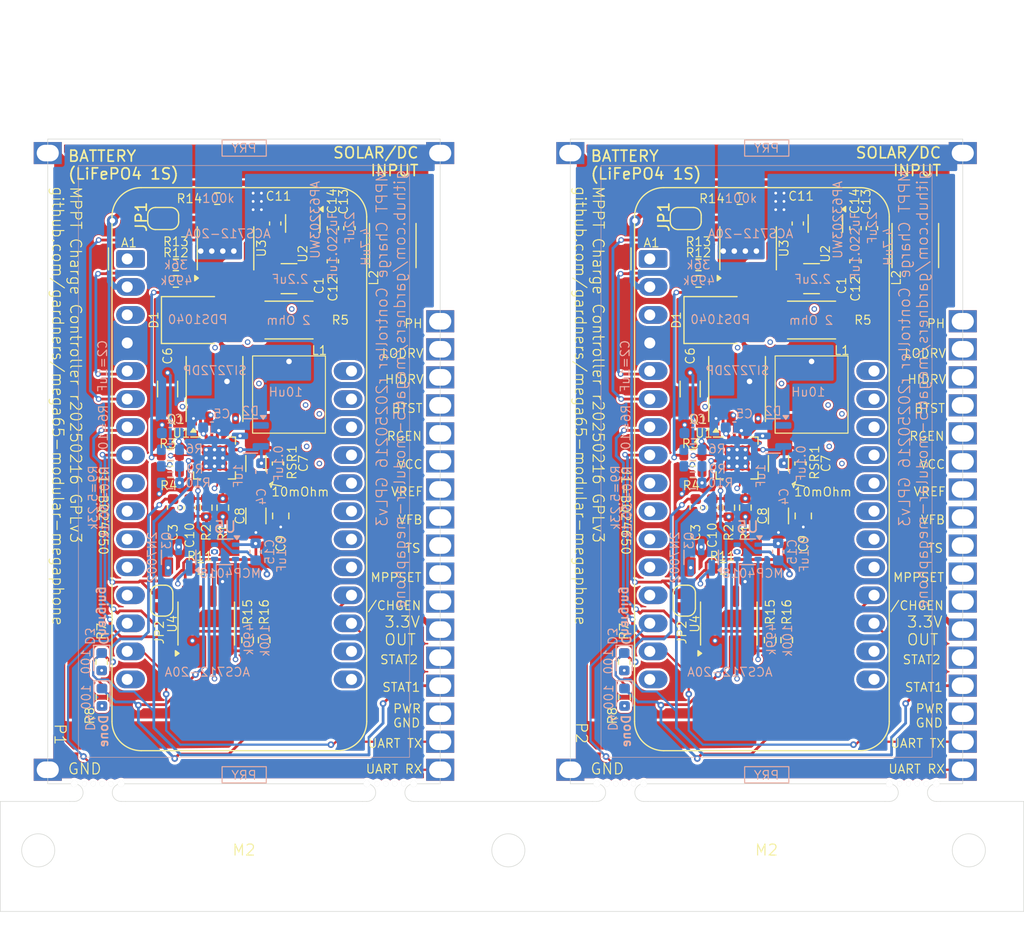
<source format=kicad_pcb>
(kicad_pcb (version 20240108) (generator "pcbnew") (generator_version "8.0")
  (title_block (title "MPPT Charge Controller") (rev "0.2"))
  (layers (0 "F.Cu" signal) (1 "In1.Cu" signal) (2 "In2.Cu" signal) (31 "B.Cu" signal) (34 "B.Paste" user) (35 "F.Paste" user) (36 "B.SilkS" user "B.Silkscreen") (37 "F.SilkS" user "F.Silkscreen") (38 "B.Mask" user) (39 "F.Mask" user) (44 "Edge.Cuts" user))
  (net 0 "")
  (net 3 "/STAT2")
  (net 5 "/Battery Current")
  (net 9 "/Battery Voltage")
  (net 13 "/STAT1")
  (net 14 "/~{Charge EN}")
  (net 16 "+3.3V")
  (net 19 "/SD_CS")
  (net 20 "/Solar Current")
  (net 21 "/Solar Voltage")
  (net 22 "GND")
  (net 24 "Net-(C1-Pad1)")
  (net 25 "/VCC")
  (net 26 "/VREF")
  (net 27 "/RGEN")
  (net 28 "/PH")
  (net 29 "/BTST")
  (net 30 "Net-(D1-K)")
  (net 31 "Net-(U1-SRP)")
  (net 32 "Net-(U1-SRN)")
  (net 33 "/VFB")
  (net 34 "/VIN")
  (net 35 "Net-(U2-BST)")
  (net 36 "Net-(U2-SW)")
  (net 37 "Net-(D3-A)")
  (net 38 "Net-(D4-A)")
  (net 39 "VBAT_OUT")
  (net 40 "/LODRV")
  (net 41 "/HIDRV")
  (net 42 "/MPPSET")
  (net 43 "/TS")
  (net 44 "Net-(U4-FILTER)")
  (net 45 "Net-(U3-FILTER)")
  (net 46 "PWR_GND")
  (net 48 "/Input")
  (net 49 "/SCL")
  (net 50 "/SDA")
  (net 52 "VCC_ACS712")
  (net 53 "VCC_ACS712_2")
  (net 54 "UART_RX")
  (net 55 "UART_TX")
  (footprint "Capacitor_SMD:C_0603_1608Metric" (layer "F.Cu") (at 105.375 101.95 -90)
    (property "Reference" "C10")
    (property "Value" "22pF")
  )
  (footprint "Resistor_SMD:R_2512_6332Metric" (layer "F.Cu") (at 114.375 84.95)
    (property "Reference" "R5")
    (property "Value" "2 Ohm")
  )
  (footprint "Jumper:SolderJumper-2_P1.3mm_Bridged_RoundedPad1.0x1.5mm" (layer "F.Cu") (at 102.975 75.75 180)
    (property "Reference" "JP1")
    (property "Value" "Jumper_2_Bridged")
  )
  (footprint "Inductor_SMD:L_Vishay_IFSC-1515AH_4x4x1.8mm" (layer "F.Cu") (at 171.125 78.2 90)
    (property "Reference" "L2")
    (property "Value" "4.7uH")
  )
  (footprint "Diode_SMD:D_PowerDI-5" (layer "F.Cu") (at 153.975 84.95)
    (property "Reference" "D1")
    (property "Value" "PDS1040")
  )
  (footprint "Package_SO:SOIC-8_3.9x4.9mm_P1.27mm" (layer "F.Cu") (at 108.625 78.45 90)
    (property "Reference" "U3")
    (property "Value" "ACS712-20A")
  )
  (footprint "Resistor_SMD:R_0603_1608Metric" (layer "F.Cu") (at 150.975 98.7 180)
    (property "Reference" "R4")
    (property "Value" "DNP")
  )
  (footprint "Resistor_SMD:R_0603_1608Metric" (layer "F.Cu") (at 97.4 115.9125 -90)
    (property "Reference" "R7")
    (property "Value" "100")
  )
  (footprint "Resistor_SMD:R_0603_1608Metric" (layer "F.Cu") (at 97.425 119.125 -90)
    (property "Reference" "R8")
    (property "Value" "100")
  )
  (footprint "Capacitor_SMD:C_0603_1608Metric" (layer "F.Cu") (at 113.125 76.2 90)
    (property "Reference" "C11")
    (property "Value" "10uF")
  )
  (footprint "Inductor_SMD:L_Vishay_IFSC-1515AH_4x4x1.8mm" (layer "F.Cu") (at 123.775 78.2 90)
    (property "Reference" "L2")
    (property "Value" "4.7uH")
  )
  (footprint "Resistor_SMD:R_0603_1608Metric" (layer "F.Cu") (at 151.475 79.95)
    (property "Reference" "R13")
    (property "Value" "36k")
  )
  (footprint "Capacitor_SMD:C_1206_3216Metric" (layer "F.Cu") (at 111.375 102.7 90)
    (property "Reference" "C8")
    (property "Value" "10uF")
  )
  (footprint "Package_SO:SOIC-8_3.9x4.9mm_P1.27mm" (layer "F.Cu") (at 154.225 112.45 90)
    (property "Reference" "U4")
    (property "Value" "ACS712-20A")
  )
  (footprint "Resistor_SMD:R_0603_1608Metric" (layer "F.Cu") (at 103.625 97.2)
    (property "Reference" "R3")
    (property "Value" "499k")
  )
  (footprint "Capacitor_SMD:C_0603_1608Metric" (layer "F.Cu") (at 152.725 101.95 -90)
    (property "Reference" "C10")
    (property "Value" "22pF")
  )
  (footprint "Resistor_SMD:R_0603_1608Metric" (layer "F.Cu") (at 153.725 107.45 180)
    (property "Reference" "R11")
    (property "Value" "100k")
  )
  (footprint "Package_SO:SOIC-8_3.9x4.9mm_P1.27mm" (layer "F.Cu") (at 106.875 112.45 90)
    (property "Reference" "U4")
    (property "Value" "ACS712-20A")
  )
  (footprint "Capacitor_SMD:C_0603_1608Metric" (layer "F.Cu") (at 165.7 76.625 90)
    (property "Reference" "C14")
    (property "Value" "22uF")
  )
  (footprint "Capacitor_SMD:C_0603_1608Metric" (layer "F.Cu") (at 103.875 101.95 -90)
    (property "Reference" "C3")
    (property "Value" "1uF")
  )
  (footprint "Package_SO:PowerPAK_SO-8_Dual" (layer "F.Cu") (at 154.975 91.2 90)
    (property "Reference" "Q1")
    (property "Value" "SI7272DP")
  )
  (footprint "Resistor_SMD:R_0603_1608Metric" (layer "F.Cu") (at 104.125 81.45 180)
    (property "Reference" "R12")
    (property "Value" "499k")
  )
  (footprint "Capacitor_SMD:C_1210_3225Metric" (layer "F.Cu") (at 114.375 81.2 180)
    (property "Reference" "C1")
    (property "Value" "2.2uF")
  )
  (footprint "Package_SO:PowerPAK_SO-8_Dual" (layer "F.Cu") (at 107.625 91.2 90)
    (property "Reference" "Q1")
    (property "Value" "SI7272DP")
  )
  (footprint "Resistor_SMD:R_0603_1608Metric" (layer "F.Cu") (at 144.75 115.9125 -90)
    (property "Reference" "R7")
    (property "Value" "100")
  )
  (footprint "MegaCastle:MegaCastle2x23-Module-I30.0x53.6-M80000307FFFC-PANEL" (layer "F.Cu") (at 110.295 97.76)
    (property "Reference" "M2")
    (property "Value" "~")
    (fp_line (start -17.780001 -29.209999) (end -17.780001 29.209999) (stroke (width 0.05)) (layer "Edge.Cuts"))
    (fp_line (start -17.780001 -29.209999) (end 17.780001 -29.209999) (stroke (width 0.05)) (layer "Edge.Cuts"))
    (fp_line (start -17.780001 29.209999) (end -15.78 29.209999) (stroke (width 0.05)) (layer "Edge.Cuts"))
    (fp_line (start -15.78 29.209999) (end -15.38 29.209999) (stroke (width 0.05)) (layer "Edge.Cuts"))
    (fp_line (start -15.78 30.809999) (end -15.38 30.809999) (stroke (width 0.05)) (layer "Edge.Cuts"))
    (fp_line (start -10.735 29.209999) (end -11.135 29.209999) (stroke (width 0.05)) (layer "Edge.Cuts"))
    (fp_line (start -10.735 29.209999) (end 10.735 29.209999) (stroke (width 0.05)) (layer "Edge.Cuts"))
    (fp_line (start -10.735 30.809999) (end -11.135 30.809999) (stroke (width 0.05)) (layer "Edge.Cuts"))
    (fp_line (start 10.735 29.209999) (end 11.134999 29.209999) (stroke (width 0.05)) (layer "Edge.Cuts"))
    (fp_line (start 10.735 30.809999) (end 11.134999 30.809999) (stroke (width 0.05)) (layer "Edge.Cuts"))
    (fp_line (start 15.78 29.209999) (end 15.379999 29.209999) (stroke (width 0.05)) (layer "Edge.Cuts"))
    (fp_line (start 15.78 29.209999) (end 17.780001 29.209999) (stroke (width 0.05)) (layer "Edge.Cuts"))
    (fp_line (start 15.78 30.809999) (end 15.379999 30.809999) (stroke (width 0.05)) (layer "Edge.Cuts"))
    (fp_line (start 17.780001 -29.209999) (end 17.780001 29.209999) (stroke (width 0.05)) (layer "Edge.Cuts"))
    (fp_arc (start -15.38 29.209999) (mid -14.58 30.009999) (end -15.38 30.809999) (stroke (width 0.05)) (layer "Edge.Cuts"))
    (fp_arc (start -11.135 30.809999) (mid -11.934999 30.009999) (end -11.135 29.209999) (stroke (width 0.05)) (layer "Edge.Cuts"))
    (fp_arc (start 11.134999 29.209999) (mid 11.935001 30.01) (end 11.134999 30.809999) (stroke (width 0.05)) (layer "Edge.Cuts"))
    (fp_arc (start 15.379999 30.809999) (mid 14.580001 30.01) (end 15.379999 29.209999) (stroke (width 0.05)) (layer "Edge.Cuts"))
  )
  (footprint "Resistor_SMD:R_0603_1608Metric" (layer "F.Cu") (at 108.375 101.95 -90)
    (property "Reference" "R1")
    (property "Value" "100k")
  )
  (footprint "Jumper:SolderJumper-2_P1.3mm_Bridged_RoundedPad1.0x1.5mm" (layer "F.Cu") (at 102.85 110.375 90)
    (property "Reference" "JP2")
    (property "Value" "Jumper_2_Bridged")
  )
  (footprint "Package_SO:SOIC-8_3.9x4.9mm_P1.27mm" (layer "F.Cu") (at 155.975 78.45 90)
    (property "Reference" "U3")
    (property "Value" "ACS712-20A")
  )
  (footprint "Resistor_SMD:R_0603_1608Metric" (layer "F.Cu") (at 151.475 81.45 180)
    (property "Reference" "R12")
    (property "Value" "499k")
  )
  (footprint "Resistor_SMD:R_0603_1608Metric" (layer "F.Cu") (at 107.875 73.95 180)
    (property "Reference" "R14")
    (property "Value" "100k")
  )
  (footprint "Capacitor_SMD:C_1210_3225Metric" (layer "F.Cu") (at 161.725 81.2 180)
    (property "Reference" "C1")
    (property "Value" "2.2uF")
  )
  (footprint "Package_TO_SOT_SMD:TSOT-23-6" (layer "F.Cu") (at 162.975 76.2 -90)
    (property "Reference" "U2")
    (property "Value" "AP63203WU")
  )
  (footprint "Resistor_SMD:R_1206_3216Metric" (layer "F.Cu") (at 111.375 97.95 90)
    (property "Reference" "RSR1")
    (property "Value" "10mOhm")
  )
  (footprint "Jumper:SolderJumper-2_P1.3mm_Bridged_RoundedPad1.0x1.5mm" (layer "F.Cu") (at 150.2 110.375 90)
    (property "Reference" "JP2")
    (property "Value" "Jumper_2_Bridged")
  )
  (footprint "Package_TO_SOT_SMD:TSOT-23-6" (layer "F.Cu") (at 115.625 76.2 -90)
    (property "Reference" "U2")
    (property "Value" "AP63203WU")
  )
  (footprint "MegaCastle:MegaCastle2x23-Module-I30.0x53.6-M80000307FFFC-PANEL" (layer "F.Cu") (at 157.645 97.76)
    (property "Reference" "M2")
    (property "Value" "~")
    (fp_line (start -17.780001 -29.209999) (end -17.780001 29.209999) (stroke (width 0.05)) (layer "Edge.Cuts"))
    (fp_line (start -17.780001 -29.209999) (end 17.780001 -29.209999) (stroke (width 0.05)) (layer "Edge.Cuts"))
    (fp_line (start -17.780001 29.209999) (end -15.78 29.209999) (stroke (width 0.05)) (layer "Edge.Cuts"))
    (fp_line (start -15.78 29.209999) (end -15.38 29.209999) (stroke (width 0.05)) (layer "Edge.Cuts"))
    (fp_line (start -15.78 30.809999) (end -15.38 30.809999) (stroke (width 0.05)) (layer "Edge.Cuts"))
    (fp_line (start -10.735 29.209999) (end -11.135 29.209999) (stroke (width 0.05)) (layer "Edge.Cuts"))
    (fp_line (start -10.735 29.209999) (end 10.735 29.209999) (stroke (width 0.05)) (layer "Edge.Cuts"))
    (fp_line (start -10.735 30.809999) (end -11.135 30.809999) (stroke (width 0.05)) (layer "Edge.Cuts"))
    (fp_line (start 10.735 29.209999) (end 11.134999 29.209999) (stroke (width 0.05)) (layer "Edge.Cuts"))
    (fp_line (start 10.735 30.809999) (end 11.134999 30.809999) (stroke (width 0.05)) (layer "Edge.Cuts"))
    (fp_line (start 15.78 29.209999) (end 15.379999 29.209999) (stroke (width 0.05)) (layer "Edge.Cuts"))
    (fp_line (start 15.78 29.209999) (end 17.780001 29.209999) (stroke (width 0.05)) (layer "Edge.Cuts"))
    (fp_line (start 15.78 30.809999) (end 15.379999 30.809999) (stroke (width 0.05)) (layer "Edge.Cuts"))
    (fp_line (start 17.780001 -29.209999) (end 17.780001 29.209999) (stroke (width 0.05)) (layer "Edge.Cuts"))
    (fp_arc (start -15.38 29.209999) (mid -14.58 30.009999) (end -15.38 30.809999) (stroke (width 0.05)) (layer "Edge.Cuts"))
    (fp_arc (start -11.135 30.809999) (mid -11.934999 30.009999) (end -11.135 29.209999) (stroke (width 0.05)) (layer "Edge.Cuts"))
    (fp_arc (start 11.134999 29.209999) (mid 11.935001 30.01) (end 11.134999 30.809999) (stroke (width 0.05)) (layer "Edge.Cuts"))
    (fp_arc (start 15.379999 30.809999) (mid 14.580001 30.01) (end 15.379999 29.209999) (stroke (width 0.05)) (layer "Edge.Cuts"))
  )
  (footprint "Resistor_SMD:R_0603_1608Metric" (layer "F.Cu") (at 155.225 73.95 180)
    (property "Reference" "R14")
    (property "Value" "100k")
  )
  (footprint "Capacitor_SMD:C_1206_3216Metric" (layer "F.Cu") (at 150.725 91.2 90)
    (property "Reference" "C6")
    (property "Value" "10uF")
  )
  (footprint "Module:Adafruit_Feather" (layer "F.Cu") (at 109.875 98.45)
    (property "Reference" "A1")
    (property "Value" "Adafruit_Feather_HUZZAH32_ESP32")
  )
  (footprint "Resistor_SMD:R_0603_1608Metric" (layer "F.Cu") (at 103.625 98.7 180)
    (property "Reference" "R4")
    (property "Value" "DNP")
  )
  (footprint "Capacitor_SMD:C_0603_1608Metric" (layer "F.Cu") (at 118.35 76.625 90)
    (property "Reference" "C14")
    (property "Value" "22uF")
  )
  (footprint "Resistor_SMD:R_0603_1608Metric" (layer "F.Cu") (at 150.975 97.2)
    (property "Reference" "R3")
    (property "Value" "499k")
  )
  (footprint "MPPT Charge Controller Footprint Library:L_Vishay_6.9x6.5" (layer "F.Cu") (at 114.375 91.7 -90)
    (property "Reference" "L1")
    (property "Value" "10uH")
  )
  (footprint "Resistor_SMD:R_0603_1608Metric" (layer "F.Cu") (at 106.875 101.95 90)
    (property "Reference" "R2")
    (property "Value" "140K")
  )
  (footprint "Capacitor_SMD:C_0603_1608Metric" (layer "F.Cu") (at 160.725 97.95 -90)
    (property "Reference" "C7")
    (property "Value" "0.1uF")
  )
  (footprint "Resistor_SMD:R_2512_6332Metric" (layer "F.Cu") (at 161.725 84.95)
    (property "Reference" "R5")
    (property "Value" "2 Ohm")
  )
  (footprint "Resistor_SMD:R_0603_1608Metric" (layer "F.Cu") (at 155.725 101.95 -90)
    (property "Reference" "R1")
    (property "Value" "100k")
  )
  (footprint "Capacitor_SMD:C_1206_3216Metric" (layer "F.Cu") (at 158.725 102.7 90)
    (property "Reference" "C8")
    (property "Value" "10uF")
  )
  (footprint "Resistor_SMD:R_0603_1608Metric" (layer "F.Cu") (at 104.125 79.95)
    (property "Reference" "R13")
    (property "Value" "36k")
  )
  (footprint "Resistor_SMD:R_0603_1608Metric" (layer "F.Cu") (at 154.225 101.95 90)
    (property "Reference" "R2")
    (property "Value" "140K")
  )
  (footprint "Resistor_SMD:R_0603_1608Metric" (layer "F.Cu") (at 157.975 113.95 90)
    (property "Reference" "R15")
    (property "Value" "499k")
  )
  (footprint "Capacitor_SMD:C_0805_2012Metric" (layer "F.Cu") (at 160.975 102.7 90)
    (property "Reference" "C9")
    (property "Value" "4.7uF")
  )
  (footprint "MPPT Charge Controller Footprint Library:L_Vishay_6.9x6.5" (layer "F.Cu") (at 161.725 91.7 -90)
    (property "Reference" "L1")
    (property "Value" "10uH")
  )
  (footprint "Resistor_SMD:R_1206_3216Metric" (layer "F.Cu") (at 158.725 97.95 90)
    (property "Reference" "RSR1")
    (property "Value" "10mOhm")
  )
  (footprint "Module:Adafruit_Feather" (layer "F.Cu") (at 157.225 98.45)
    (property "Reference" "A1")
    (property "Value" "Adafruit_Feather_HUZZAH32_ESP32")
  )
  (footprint "Capacitor_SMD:C_0603_1608Metric" (layer "F.Cu") (at 118.35 79.625 90)
    (property "Reference" "C12")
    (property "Value" "0.1uF")
  )
  (footprint "Capacitor_SMD:C_0805_2012Metric" (layer "F.Cu") (at 113.625 102.7 90)
    (property "Reference" "C9")
    (property "Value" "4.7uF")
  )
  (footprint "Resistor_SMD:R_0603_1608Metric" (layer "F.Cu") (at 110.625 113.95 90)
    (property "Reference" "R15")
    (property "Value" "499k")
  )
  (footprint "Resistor_SMD:R_0603_1608Metric" (layer "F.Cu") (at 112.125 113.95 -90)
    (property "Reference" "R16")
    (property "Value" "100k")
  )
  (footprint "Capacitor_SMD:C_0603_1608Metric" (layer "F.Cu") (at 113.375 97.95 -90)
    (property "Reference" "C7")
    (property "Value" "0.1uF")
  )
  (footprint "Capacitor_SMD:C_1206_3216Metric" (layer "F.Cu") (at 103.375 91.2 90)
    (property "Reference" "C6")
    (property "Value" "10uF")
  )
  (footprint "Capacitor_SMD:C_0603_1608Metric" (layer "F.Cu") (at 151.225 101.95 -90)
    (property "Reference" "C3")
    (property "Value" "1uF")
  )
  (footprint "Resistor_SMD:R_0603_1608Metric" (layer "F.Cu") (at 144.775 119.125 -90)
    (property "Reference" "R8")
    (property "Value" "100")
  )
  (footprint "Capacitor_SMD:C_0603_1608Metric" (layer "F.Cu") (at 160.475 76.2 90)
    (property "Reference" "C11")
    (property "Value" "10uF")
  )
  (footprint "Capacitor_SMD:C_0603_1608Metric" (layer "F.Cu") (at 167.2 76.625 90)
    (property "Reference" "C13")
    (property "Value" "22uF")
  )
  (footprint "Resistor_SMD:R_0603_1608Metric" (layer "F.Cu") (at 106.375 107.45 180)
    (property "Reference" "R11")
    (property "Value" "100k")
  )
  (footprint "Capacitor_SMD:C_0603_1608Metric" (layer "F.Cu") (at 119.85 76.625 90)
    (property "Reference" "C13")
    (property "Value" "22uF")
  )
  (footprint "Diode_SMD:D_PowerDI-5" (layer "F.Cu") (at 106.625 84.95)
    (property "Reference" "D1")
    (property "Value" "PDS1040")
  )
  (footprint "Resistor_SMD:R_0603_1608Metric" (layer "F.Cu") (at 159.475 113.95 -90)
    (property "Reference" "R16")
    (property "Value" "100k")
  )
  (footprint "MPPT Charge Controller Footprint Library:VQFN-16_EP_3.5x3.5_Pitch0.5mm" (layer "F.Cu") (at 107.625 97.45)
    (property "Reference" "U1")
    (property "Value" "~")
  )
  (footprint "Jumper:SolderJumper-2_P1.3mm_Bridged_RoundedPad1.0x1.5mm" (layer "F.Cu") (at 150.325 75.75 180)
    (property "Reference" "JP1")
    (property "Value" "Jumper_2_Bridged")
  )
  (footprint "Capacitor_SMD:C_0603_1608Metric" (layer "F.Cu") (at 165.7 79.625 90)
    (property "Reference" "C12")
    (property "Value" "0.1uF")
  )
  (footprint "MPPT Charge Controller Footprint Library:VQFN-16_EP_3.5x3.5_Pitch0.5mm" (layer "F.Cu") (at 154.975 97.45)
    (property "Reference" "U1")
    (property "Value" "~")
  )
  (footprint "NetTie:NetTie-2_SMD_Pad0.5mm" (layer "B.Cu") (at 153.725 97.45 180)
    (property "Reference" "NT3" (hide yes))
    (property "Value" "~" (hide yes))
  )
  (footprint "Capacitor_SMD:C_0603_1608Metric" (layer "B.Cu") (at 111.875 98.7 -90)
    (property "Reference" "C4")
    (property "Value" "1uF")
  )
  (footprint "NetTie:NetTie-2_SMD_Pad0.5mm" (layer "B.Cu") (at 107.625 96.2 90)
    (property "Reference" "NT2" (hide yes))
    (property "Value" "~" (hide yes))
  )
  (footprint "Resistor_SMD:R_0603_1608Metric" (layer "B.Cu") (at 103.625 96.7)
    (property "Reference" "R6")
    (property "Value" "R6=10")
  )
  (footprint "Capacitor_SMD:C_0603_1608Metric" (layer "B.Cu") (at 150.975 95.2 180)
    (property "Reference" "C2")
    (property "Value" "C2=1uF")
  )
  (footprint "Package_TO_SOT_SMD:SOT-363_SC-70-6" (layer "B.Cu") (at 155.925 105.95 180)
    (property "Reference" "U5")
    (property "Value" "MCP4018")
  )
  (footprint "NetTie:NetTie-2_SMD_Pad0.5mm" (layer "B.Cu") (at 154.975 98.7 -90)
    (property "Reference" "NT4" (hide yes))
    (property "Value" "~" (hide yes))
  )
  (footprint "LED_SMD:LED_0603_1608Metric" (layer "B.Cu") (at 144.75 115.9125 -90)
    (property "Reference" "D3")
    (property "Value" "RED")
  )
  (footprint "LED_SMD:LED_0603_1608Metric" (layer "B.Cu") (at 144.775 119.125 -90)
    (property "Reference" "D4")
    (property "Value" "GREEN")
  )
  (footprint "Package_TO_SOT_SMD:SOT-363_SC-70-6" (layer "B.Cu") (at 108.575 105.95 180)
    (property "Reference" "U5")
    (property "Value" "MCP4018")
  )
  (footprint "Capacitor_SMD:C_0603_1608Metric" (layer "B.Cu") (at 154.725 94.7 180)
    (property "Reference" "C5")
    (property "Value" "0.1uF")
  )
  (footprint "LED_SMD:LED_0603_1608Metric" (layer "B.Cu") (at 97.425 119.125 -90)
    (property "Reference" "D4")
    (property "Value" "GREEN")
  )
  (footprint "Capacitor_SMD:C_0603_1608Metric" (layer "B.Cu") (at 159.225 98.7 -90)
    (property "Reference" "C4")
    (property "Value" "1uF")
  )
  (footprint "Capacitor_SMD:C_0603_1608Metric" (layer "B.Cu") (at 158.7 105.95 -90)
    (property "Reference" "C15")
    (property "Value" "0.1uF")
  )
  (footprint "Resistor_SMD:R_0603_1608Metric" (layer "B.Cu") (at 103.625 98.2)
    (property "Reference" "R9")
    (property "Value" "R9=5.23k")
  )
  (footprint "NetTie:NetTie-2_SMD_Pad0.5mm" (layer "B.Cu") (at 154.975 96.2 90)
    (property "Reference" "NT2" (hide yes))
    (property "Value" "~" (hide yes))
  )
  (footprint "NetTie:NetTie-2_SMD_Pad0.5mm" (layer "B.Cu") (at 107.625 98.7 -90)
    (property "Reference" "NT4" (hide yes))
    (property "Value" "~" (hide yes))
  )
  (footprint "NetTie:NetTie-2_SMD_Pad0.5mm" (layer "B.Cu") (at 156.225 97.45)
    (property "Reference" "NT1" (hide yes))
    (property "Value" "~" (hide yes))
  )
  (footprint "Capacitor_SMD:C_0603_1608Metric" (layer "B.Cu") (at 111.35 105.95 -90)
    (property "Reference" "C15")
    (property "Value" "0.1uF")
  )
  (footprint "Package_TO_SOT_SMD:SOT-23" (layer "B.Cu") (at 158.225 95.45 180)
    (property "Reference" "D2")
    (property "Value" "BAT54C")
  )
  (footprint "Capacitor_SMD:C_0603_1608Metric" (layer "B.Cu") (at 107.375 94.7 180)
    (property "Reference" "C5")
    (property "Value" "0.1uF")
  )
  (footprint "LED_SMD:LED_0603_1608Metric" (layer "B.Cu") (at 97.4 115.9125 -90)
    (property "Reference" "D3")
    (property "Value" "RED")
  )
  (footprint "Package_TO_SOT_SMD:SOT-23" (layer "B.Cu") (at 104.375 106.45 90)
    (property "Reference" "Q3")
    (property "Value" "2N7002")
  )
  (footprint "Resistor_SMD:R_0603_1608Metric" (layer "B.Cu") (at 103.625 99.7 180)
    (property "Reference" "R10")
    (property "Value" "R10=30.1k")
  )
  (footprint "Resistor_SMD:R_0603_1608Metric" (layer "B.Cu") (at 150.975 99.7 180)
    (property "Reference" "R10")
    (property "Value" "R10=30.1k")
  )
  (footprint "NetTie:NetTie-2_SMD_Pad0.5mm" (layer "B.Cu") (at 108.875 97.45)
    (property "Reference" "NT1" (hide yes))
    (property "Value" "~" (hide yes))
  )
  (footprint "Resistor_SMD:R_0603_1608Metric" (layer "B.Cu") (at 150.975 96.7)
    (property "Reference" "R6")
    (property "Value" "R6=10")
  )
  (footprint "NetTie:NetTie-2_SMD_Pad0.5mm" (layer "B.Cu") (at 106.375 97.45 180)
    (property "Reference" "NT3" (hide yes))
    (property "Value" "~" (hide yes))
  )
  (footprint "Package_TO_SOT_SMD:SOT-23" (layer "B.Cu") (at 151.725 106.45 90)
    (property "Reference" "Q3")
    (property "Value" "2N7002")
  )
  (footprint "Resistor_SMD:R_0603_1608Metric" (layer "B.Cu") (at 150.975 98.2)
    (property "Reference" "R9")
    (property "Value" "R9=5.23k")
  )
  (footprint "Capacitor_SMD:C_0603_1608Metric" (layer "B.Cu") (at 103.625 95.2 180)
    (property "Reference" "C2")
    (property "Value" "C2=1uF")
  )
  (footprint "Package_TO_SOT_SMD:SOT-23" (layer "B.Cu") (at 110.875 95.45 180)
    (property "Reference" "D2")
    (property "Value" "BAT54C")
  )
  (gr_line (start 112.625 99.8) (end 112.75 100.125) (stroke (width 0.1)) (layer "F.SilkS"))
  (gr_line (start 159.975 99.8) (end 160.1 100.125) (stroke (width 0.1)) (layer "F.SilkS"))
  (gr_line (start 112.75 100.125) (end 112.925 99.6) (stroke (width 0.1)) (layer "F.SilkS"))
  (gr_line (start 113.7 100) (end 112.625 99.8) (stroke (width 0.1)) (layer "F.SilkS"))
  (gr_line (start 160.1 100.125) (end 160.275 99.6) (stroke (width 0.1)) (layer "F.SilkS"))
  (gr_line (start 160.275 99.6) (end 159.975 99.8) (stroke (width 0.1)) (layer "F.SilkS"))
  (gr_line (start 161.05 100) (end 159.975 99.8) (stroke (width 0.1)) (layer "F.SilkS"))
  (gr_line (start 112.925 99.6) (end 112.625 99.8) (stroke (width 0.1)) (layer "F.SilkS"))
  (gr_line (start 121.03 128.569999) (end 99.56 128.569999) (stroke (width 0.05)) (layer "Edge.Cuts"))
  (gr_line (start 141.865 128.569999) (end 126.075 128.569999) (stroke (width 0.05)) (layer "Edge.Cuts"))
  (gr_line (start 173.425 128.569999) (end 180.95 128.569999) (stroke (width 0.05)) (layer "Edge.Cuts"))
  (gr_circle (center 91.65 133) (end 93.15 133) (stroke (width 0.05)) (fill none) (layer "Edge.Cuts"))
  (gr_circle (center 175.975 133) (end 177.475 133) (stroke (width 0.05)) (fill none) (layer "Edge.Cuts"))
  (gr_line (start 168.38 128.569999) (end 146.91 128.569999) (stroke (width 0.05)) (layer "Edge.Cuts"))
  (gr_line (start 180.95 138.5375) (end 88.2125 138.5375) (stroke (width 0.05)) (layer "Edge.Cuts"))
  (gr_line (start 180.95 128.569999) (end 180.95 138.5375) (stroke (width 0.05)) (layer "Edge.Cuts"))
  (gr_line (start 94.515 128.569999) (end 88.2125 128.569999) (stroke (width 0.05)) (layer "Edge.Cuts"))
  (gr_line (start 88.2125 138.5375) (end 88.2125 128.569999) (stroke (width 0.05)) (layer "Edge.Cuts"))
  (gr_circle (center 134.25 133) (end 135.75 133) (stroke (width 0.05)) (fill none) (layer "Edge.Cuts"))
  (gr_text "Done" (at 144.925 122.2 90) (layer "B.SilkS") (effects (font (size 0.8 0.8) (thickness 0.15) (bold yes)) (justify mirror)))
  (gr_text "Charging" (at 97.55 111.725 270) (layer "B.SilkS") (effects (font (size 0.8 0.8) (thickness 0.15) (bold yes)) (justify mirror)))
  (gr_text "${TITLE} r20250216 GPLv3\ngithub.com/gardners/mega65-modular-megaphone" (at 172.35 71.275 90) (layer "B.SilkS") (effects (font (size 1 1) (thickness 0.1)) (justify left bottom mirror)))
  (gr_text "Done" (at 97.575 122.2 90) (layer "B.SilkS") (effects (font (size 0.8 0.8) (thickness 0.15) (bold yes)) (justify mirror)))
  (gr_text "${TITLE} r20250216 GPLv3\ngithub.com/gardners/mega65-modular-megaphone" (at 125 71.275 90) (layer "B.SilkS") (effects (font (size 1 1) (thickness 0.1)) (justify left bottom mirror)))
  (gr_text "Charging" (at 144.9 111.725 270) (layer "B.SilkS") (effects (font (size 0.8 0.8) (thickness 0.15) (bold yes)) (justify mirror)))
  (gr_text "MPPSET" (at 124.075 108.275 0) (layer "F.SilkS") (effects (font (size 0.8 0.8) (thickness 0.1) (bold yes))))
  (gr_text "PH" (at 125.65 85.275 0) (layer "F.SilkS") (effects (font (size 0.8 0.8) (thickness 0.1) (bold yes))))
  (gr_text "TS" (at 172.95 105.625 0) (layer "F.SilkS") (effects (font (size 0.8 0.8) (thickness 0.1) (bold yes))))
  (gr_text "UART RX" (at 121.275 126.1 0) (layer "F.SilkS") (effects (font (size 0.8 0.8) (thickness 0.1)) (justify left bottom)))
  (gr_text "VREF" (at 125.075 100.5 0) (layer "F.SilkS") (effects (font (size 0.8 0.8) (thickness 0.1) (bold yes))))
  (gr_text "VCC" (at 125.325 98.025 0) (layer "F.SilkS") (effects (font (size 0.8 0.8) (thickness 0.1) (bold yes))))
  (gr_text "BTST" (at 125.075 92.95 0) (layer "F.SilkS") (effects (font (size 0.8 0.8) (thickness 0.1) (bold yes))))
  (gr_text "VFB" (at 172.725 103.05 0) (layer "F.SilkS") (effects (font (size 0.8 0.8) (thickness 0.1) (bold yes))))
  (gr_text "SOLAR/DC\nINPUT" (at 173.55 70.6 0) (layer "F.SilkS") (effects (font (size 1 1)) (justify right)))
  (gr_text "3.3V\nOUT" (at 170.3 114.5 0) (layer "F.SilkS") (effects (font (size 1 1) (thickness 0.1)) (justify left bottom)))
  (gr_text "UART TX" (at 168.825 123.775 0) (layer "F.SilkS") (effects (font (size 0.8 0.8) (thickness 0.1)) (justify left bottom)))
  (gr_text "VREF" (at 172.425 100.5 0) (layer "F.SilkS") (effects (font (size 0.8 0.8) (thickness 0.1) (bold yes))))
  (gr_text "UART TX" (at 121.475 123.775 0) (layer "F.SilkS") (effects (font (size 0.8 0.8) (thickness 0.1)) (justify left bottom)))
  (gr_text "MPPSET" (at 171.425 108.275 0) (layer "F.SilkS") (effects (font (size 0.8 0.8) (thickness 0.1) (bold yes))))
  (gr_text "PWR\nGND\n" (at 171.1 121.925 0) (layer "F.SilkS") (effects (font (size 0.8 0.8) (thickness 0.1)) (justify left bottom)))
  (gr_text "VCC" (at 172.675 98.025 0) (layer "F.SilkS") (effects (font (size 0.8 0.8) (thickness 0.1) (bold yes))))
  (gr_text "/CHGEN" (at 123.925 110.825 0) (layer "F.SilkS") (effects (font (size 0.8 0.8) (thickness 0.1) (bold yes))))
  (gr_text "/CHGEN" (at 171.275 110.825 0) (layer "F.SilkS") (effects (font (size 0.8 0.8) (thickness 0.1) (bold yes))))
  (gr_text "LODRV" (at 124.675 87.975 0) (layer "F.SilkS") (effects (font (size 0.8 0.8) (thickness 0.1) (bold yes))))
  (gr_text "3.3V\nOUT" (at 122.95 114.5 0) (layer "F.SilkS") (effects (font (size 1 1) (thickness 0.1)) (justify left bottom)))
  (gr_text "U1=BQ24650" (at 144.425 98.125 -90) (layer "F.SilkS") (effects (font (size 0.8 0.8) (thickness 0.1)) (justify left bottom)))
  (gr_text "VFB" (at 125.375 103.05 0) (layer "F.SilkS") (effects (font (size 0.8 0.8) (thickness 0.1) (bold yes))))
  (gr_text "PH" (at 173 85.275 0) (layer "F.SilkS") (effects (font (size 0.8 0.8) (thickness 0.1) (bold yes))))
  (gr_text "${TITLE} r20250216 GPLv3\ngithub.com/gardners/mega65-modular-megaphone" (at 92.85 72.775 -90) (layer "F.SilkS") (effects (font (size 1 1) (thickness 0.1)) (justify left bottom)))
  (gr_text "RGEN" (at 172.175 95.475 0) (layer "F.SilkS") (effects (font (size 0.8 0.8) (thickness 0.1) (bold yes))))
  (gr_text "PWR\nGND\n" (at 123.75 121.925 0) (layer "F.SilkS") (effects (font (size 0.8 0.8) (thickness 0.1)) (justify left bottom)))
  (gr_text "LODRV" (at 172.025 87.975 0) (layer "F.SilkS") (effects (font (size 0.8 0.8) (thickness 0.1) (bold yes))))
  (gr_text "U1=BQ24650" (at 97.075 98.125 -90) (layer "F.SilkS") (effects (font (size 0.8 0.8) (thickness 0.1)) (justify left bottom)))
  (gr_text "BATTERY\n(LiFePO4 1S)" (at 141.625 70.9 0) (layer "F.SilkS") (effects (font (size 1 1)) (justify left)))
  (gr_text "BATTERY\n(LiFePO4 1S)" (at 94.275 70.9 0) (layer "F.SilkS") (effects (font (size 1 1)) (justify left)))
  (gr_text "RGEN" (at 124.825 95.475 0) (layer "F.SilkS") (effects (font (size 0.8 0.8) (thickness 0.1) (bold yes))))
  (gr_text "STAT2" (at 171.7 115.725 0) (layer "F.SilkS") (effects (font (size 0.8 0.8) (thickness 0.1) (bold yes))))
  (gr_text "GND" (at 141.625 126.2 0) (layer "F.SilkS") (effects (font (size 1 1) (thickness 0.1)) (justify left bottom)))
  (gr_text "P1" (at 93.05 121.45 -90) (layer "F.SilkS") (effects (font (size 1 1) (thickness 0.1)) (justify left bottom)))
  (gr_text "STAT1" (at 171.9 118.225 0) (layer "F.SilkS") (effects (font (size 0.8 0.8) (thickness 0.1) (bold yes))))
  (gr_text "${TITLE} r20250216 GPLv3\ngithub.com/gardners/mega65-modular-megaphone" (at 140.2 72.75 -90) (layer "F.SilkS") (effects (font (size 1 1) (thickness 0.1)) (justify left bottom)))
  (gr_text "SOLAR/DC\nINPUT" (at 126.2 70.6 0) (layer "F.SilkS") (effects (font (size 1 1)) (justify right)))
  (gr_text "STAT1" (at 124.55 118.225 0) (layer "F.SilkS") (effects (font (size 0.8 0.8) (thickness 0.1) (bold yes))))
  (gr_text "GND" (at 94.275 126.2 0) (layer "F.SilkS") (effects (font (size 1 1) (thickness 0.1)) (justify left bottom)))
  (gr_text "STAT2" (at 124.35 115.725 0) (layer "F.SilkS") (effects (font (size 0.8 0.8) (thickness 0.1) (bold yes))))
  (gr_text "UART RX" (at 168.625 126.1 0) (layer "F.SilkS") (effects (font (size 0.8 0.8) (thickness 0.1)) (justify left bottom)))
  (gr_text "BTST" (at 172.425 92.95 0) (layer "F.SilkS") (effects (font (size 0.8 0.8) (thickness 0.1) (bold yes))))
  (gr_text "HIDRV" (at 124.825 90.325 0) (layer "F.SilkS") (effects (font (size 0.8 0.8) (thickness 0.1) (bold yes))))
  (gr_text "P2" (at 140.3 121.325 270) (layer "F.SilkS") (effects (font (size 1 1) (thickness 0.1)) (justify left bottom)))
  (gr_text "HIDRV" (at 172.175 90.325 0) (layer "F.SilkS") (effects (font (size 0.8 0.8) (thickness 0.1) (bold yes))))
  (gr_text "TS" (at 125.6 105.625 0) (layer "F.SilkS") (effects (font (size 0.8 0.8) (thickness 0.1) (bold yes))))
  (segment (start 103.175 119.8) (end 105.9 117.075) (width 0.25) (layer "F.Cu") (net 3))
  (segment (start 106.125 99.95) (end 106.125 100.425) (width 0.25) (layer "F.Cu") (net 3))
  (segment (start 153.475 99.95) (end 153.475 100.425) (width 0.25) (layer "F.Cu") (net 3))
  (segment (start 148.075735 119.849265) (end 148.125 119.8) (width 0.25) (layer "F.Cu") (net 3))
  (segment (start 106.875 99.2) (end 106.125 99.95) (width 0.25) (layer "F.Cu") (net 3))
  (segment (start 104.020586 124.679471) (end 104.425057 124.275) (width 0.25) (layer "F.Cu") (net 3))
  (segment (start 100.775 119.8) (end 103.175 119.8) (width 0.25) (layer "F.Cu") (net 3))
  (segment (start 118.11 115.09) (end 118.11 111.815) (width 0.25) (layer "F.Cu") (net 3))
  (segment (start 151.775057 124.275) (end 156.275 124.275) (width 0.25) (layer "F.Cu") (net 3))
  (segment (start 154.225 99.2) (end 153.475 99.95) (width 0.25) (layer "F.Cu") (net 3))
  (segment (start 118.11 111.815) (end 120.035 109.89) (width 0.25) (layer "F.Cu") (net 3))
  (segment (start 148.125 119.8) (end 150.525 119.8) (width 0.25) (layer "F.Cu") (net 3))
  (segment (start 165.46 115.09) (end 165.46 111.815) (width 0.25) (layer "F.Cu") (net 3))
  (segment (start 104.425057 124.275) (end 108.925 124.275) (width 0.25) (layer "F.Cu") (net 3))
  (segment (start 156.275 124.275) (end 165.46 115.09) (width 0.25) (layer "F.Cu") (net 3))
  (segment (start 100.725735 119.849265) (end 100.775 119.8) (width 0.25) (layer "F.Cu") (net 3))
  (segment (start 165.46 111.815) (end 167.385 109.89) (width 0.25) (layer "F.Cu") (net 3))
  (segment (start 150.525 119.8) (end 153.25 117.075) (width 0.25) (layer "F.Cu") (net 3))
  (segment (start 151.370586 124.679471) (end 151.775057 124.275) (width 0.25) (layer "F.Cu") (net 3))
  (segment (start 108.925 124.275) (end 118.11 115.09) (width 0.25) (layer "F.Cu") (net 3))
  (via (at 105.9 117.075) (size 0.6) (drill 0.3) (layers "F.Cu" "B.Cu") (net 3))
  (via (at 100.725735 119.849265) (size 0.6) (drill 0.3) (layers "F.Cu" "B.Cu") (net 3))
  (via (at 104.020586 124.679471) (size 0.6) (drill 0.3) (layers "F.Cu" "B.Cu") (net 3))
  (via (at 153.475 100.425) (size 0.5) (drill 0.3) (layers "F.Cu" "B.Cu") (net 3))
  (via (at 153.25 117.075) (size 0.6) (drill 0.3) (layers "F.Cu" "B.Cu") (net 3))
  (via (at 148.075735 119.849265) (size 0.6) (drill 0.3) (layers "F.Cu" "B.Cu") (net 3))
  (via (at 151.370586 124.679471) (size 0.6) (drill 0.3) (layers "F.Cu" "B.Cu") (net 3))
  (via (at 106.125 100.425) (size 0.5) (drill 0.3) (layers "F.Cu" "B.Cu") (net 3))
  (segment (start 106.625 116.375) (end 105.925 117.075) (width 0.25) (layer "B.Cu") (net 3))
  (segment (start 153.475 103.7) (end 153.975 104.2) (width 0.25) (layer "B.Cu") (net 3))
  (segment (start 106.625 104.2) (end 106.625 116.375) (width 0.25) (layer "B.Cu") (net 3))
  (segment (start 100.725735 119.849265) (end 100.649265 119.849265) (width 0.25) (layer "B.Cu") (net 3))
  (segment (start 147.999265 119.849265) (end 147.7 119.55) (width 0.25) (layer "B.Cu") (net 3))
  (segment (start 144.775 118.3375) (end 144.95 118.3375) (width 0.25) (layer "B.Cu") (net 3))
  (segment (start 147.7 119.55) (end 145.9875 119.55) (width 0.25) (layer "B.Cu") (net 3))
  (segment (start 153.975 116.375) (end 153.275 117.075) (width 0.25) (layer "B.Cu") (net 3))
  (segment (start 151.370586 124.679471) (end 148.075735 121.38462) (width 0.25) (layer "B.Cu") (net 3))
  (segment (start 106.125 103.7) (end 106.625 104.2) (width 0.25) (layer "B.Cu") (net 3))
  (segment (start 148.075735 121.38462) (end 148.075735 119.849265) (width 0.25) (layer "B.Cu") (net 3))
  (segment (start 100.725735 121.38462) (end 100.725735 119.849265) (width 0.25) (layer "B.Cu") (net 3))
  (segment (start 100.35 119.55) (end 98.6375 119.55) (width 0.25) (layer "B.Cu") (net 3))
  (segment (start 153.475 100.425) (end 153.475 103.7) (width 0.25) (layer "B.Cu") (net 3))
  (segment (start 106.125 100.425) (end 106.125 103.7) (width 0.25) (layer "B.Cu") (net 3))
  (segment (start 153.975 104.2) (end 153.975 116.375) (width 0.25) (layer "B.Cu") (net 3))
  (segment (start 97.425 118.3375) (end 97.6 118.3375) (width 0.25) (layer "B.Cu") (net 3))
  (segment (start 98.6375 119.55) (end 97.425 118.3375) (width 0.25) (layer "B.Cu") (net 3))
  (segment (start 148.075735 119.849265) (end 147.999265 119.849265) (width 0.25) (layer "B.Cu") (net 3))
  (segment (start 100.649265 119.849265) (end 100.35 119.55) (width 0.25) (layer "B.Cu") (net 3))
  (segment (start 105.925 117.075) (end 105.9 117.075) (width 0.25) (layer "B.Cu") (net 3))
  (segment (start 145.9875 119.55) (end 144.775 118.3375) (width 0.25) (layer "B.Cu") (net 3))
  (segment (start 153.275 117.075) (end 153.25 117.075) (width 0.25) (layer "B.Cu") (net 3))
  (segment (start 104.020586 124.679471) (end 100.725735 121.38462) (width 0.25) (layer "B.Cu") (net 3))
  (segment (start 149.45099 112.425) (end 152.114999 112.425) (width 0.25) (layer "F.Cu") (net 5))
  (segment (start 97.515 97.19) (end 99.715 97.19) (width 0.25) (layer "F.Cu") (net 5))
  (segment (start 152.114999 112.425) (end 153.59 110.949999) (width 0.25) (layer "F.Cu") (net 5))
  (segment (start 153.59 110.949999) (end 153.59 109.975) (width 0.25) (layer "F.Cu") (net 5))
  (segment (start 102.10099 112.425) (end 104.764999 112.425) (width 0.25) (layer "F.Cu") (net 5))
  (segment (start 144.825 97.15) (end 144.865 97.19) (width 0.25) (layer "F.Cu") (net 5))
  (segment (start 99.04901 111.305) (end 100.98099 111.305) (width 0.25) (layer "F.Cu") (net 5))
  (segment (start 98.475 111.15) (end 98.839505 111.514505) (width 0.25) (layer "F.Cu") (net 5))
  (segment (start 145.825 111.15) (end 146.189505 111.514505) (width 0.25) (layer "F.Cu") (net 5))
  (segment (start 146.189505 111.514505) (end 146.39901 111.305) (width 0.25) (layer "F.Cu") (net 5))
  (segment (start 104.764999 112.425) (end 106.24 110.949999) (width 0.25) (layer "F.Cu") (net 5))
  (segment (start 98.839505 111.514505) (end 99.04901 111.305) (width 0.25) (layer "F.Cu") (net 5))
  (segment (start 148.33099 111.305) (end 149.45099 112.425) (width 0.25) (layer "F.Cu") (net 5))
  (segment (start 100.98099 111.305) (end 102.10099 112.425) (width 0.25) (layer "F.Cu") (net 5))
  (segment (start 144.865 97.19) (end 147.065 97.19) (width 0.25) (layer "F.Cu") (net 5))
  (segment (start 97.475 97.15) (end 97.515 97.19) (width 0.25) (layer "F.Cu") (net 5))
  (segment (start 146.39901 111.305) (end 148.33099 111.305) (width 0.25) (layer "F.Cu") (net 5))
  (segment (start 106.24 110.949999) (end 106.24 109.975) (width 0.25) (layer "F.Cu") (net 5))
  (via (at 97.475 97.15) (size 0.5) (drill 0.3) (layers "F.Cu" "B.Cu") (net 5))
  (via (at 145.825 111.15) (size 0.5) (drill 0.3) (layers "F.Cu" "B.Cu") (net 5))
  (via (at 144.825 97.15) (size 0.5) (drill 0.3) (layers "F.Cu" "B.Cu") (net 5))
  (via (at 98.475 111.15) (size 0.5) (drill 0.3) (layers "F.Cu" "B.Cu") (net 5))
  (segment (start 145.825 111.15) (end 145.048 110.373) (width 0.25) (layer "B.Cu") (net 5))
  (segment (start 97.698 110.373) (end 97.698 97.373) (width 0.25) (layer "B.Cu") (net 5))
  (segment (start 98.475 111.15) (end 97.698 110.373) (width 0.25) (layer "B.Cu") (net 5))
  (segment (start 97.698 97.373) (end 97.475 97.15) (width 0.25) (layer "B.Cu") (net 5))
  (segment (start 145.048 97.373) (end 144.825 97.15) (width 0.25) (layer "B.Cu") (net 5))
  (segment (start 145.048 110.373) (end 145.048 97.373) (width 0.25) (layer "B.Cu") (net 5))
  (segment (start 150.225 113.65) (end 150.725 113.15) (width 0.25) (layer "F.Cu") (net 9))
  (segment (start 98.15 112.65599) (end 99.14401 113.65) (width 0.25) (layer "F.Cu") (net 9))
  (segment (start 97.375 94.95) (end 99.415 94.95) (width 0.25) (layer "F.Cu") (net 9))
  (segment (start 110.6 113.15) (end 110.625 113.125) (width 0.25) (layer "F.Cu") (net 9))
  (segment (start 98.15 112.075) (end 98.15 112.65599) (width 0.25) (layer "F.Cu") (net 9))
  (segment (start 99.415 94.95) (end 99.715 94.65) (width 0.25) (layer "F.Cu") (net 9))
  (segment (start 146.49401 113.65) (end 150.225 113.65) (width 0.25) (layer "F.Cu") (net 9))
  (segment (start 144.725 94.95) (end 146.765 94.95) (width 0.25) (layer "F.Cu") (net 9))
  (segment (start 145.5 112.65599) (end 146.49401 113.65) (width 0.25) (layer "F.Cu") (net 9))
  (segment (start 157.975 113.125) (end 159.475 113.125) (width 0.25) (layer "F.Cu") (net 9))
  (segment (start 110.625 113.125) (end 112.125 113.125) (width 0.25) (layer "F.Cu") (net 9))
  (segment (start 145.5 112.075) (end 145.5 112.65599) (width 0.25) (layer "F.Cu") (net 9))
  (segment (start 146.765 94.95) (end 147.065 94.65) (width 0.25) (layer "F.Cu") (net 9))
  (segment (start 150.725 113.15) (end 157.95 113.15) (width 0.25) (layer "F.Cu") (net 9))
  (segment (start 102.875 113.65) (end 103.375 113.15) (width 0.25) (layer "F.Cu") (net 9))
  (segment (start 157.95 113.15) (end 157.975 113.125) (width 0.25) (layer "F.Cu") (net 9))
  (segment (start 103.375 113.15) (end 110.6 113.15) (width 0.25) (layer "F.Cu") (net 9))
  (segment (start 99.14401 113.65) (end 102.875 113.65) (width 0.25) (layer "F.Cu") (net 9))
  (via (at 98.15 112.075) (size 0.5) (drill 0.3) (layers "F.Cu" "B.Cu") (net 9))
  (via (at 144.725 94.95) (size 0.5) (drill 0.3) (layers "F.Cu" "B.Cu") (net 9))
  (via (at 145.5 112.075) (size 0.5) (drill 0.3) (layers "F.Cu" "B.Cu") (net 9))
  (via (at 97.375 94.95) (size 0.5) (drill 0.3) (layers "F.Cu" "B.Cu") (net 9))
  (segment (start 97.321 111.246) (end 97.321 97.896) (width 0.25) (layer "B.Cu") (net 9))
  (segment (start 96.675 95.65) (end 97.375 94.95) (width 0.25) (layer "B.Cu") (net 9))
  (segment (start 98.15 112.075) (end 97.321 111.246) (width 0.25) (layer "B.Cu") (net 9))
  (segment (start 144.025 97.25) (end 144.025 95.65) (width 0.25) (layer "B.Cu") (net 9))
  (segment (start 144.671 97.896) (end 144.025 97.25) (width 0.25) (layer "B.Cu") (net 9))
  (segment (start 97.321 97.896) (end 96.675 97.25) (width 0.25) (layer "B.Cu") (net 9))
  (segment (start 144.025 95.65) (end 144.725 94.95) (width 0.25) (layer "B.Cu") (net 9))
  (segment (start 145.5 112.075) (end 144.671 111.246) (width 0.25) (layer "B.Cu") (net 9))
  (segment (start 144.671 111.246) (end 144.671 97.896) (width 0.25) (layer "B.Cu") (net 9))
  (segment (start 96.675 97.25) (end 96.675 95.65) (width 0.25) (layer "B.Cu") (net 9))
  (segment (start 175.425 118.08) (end 173.705 118.08) (width 0.2) (layer "F.Cu") (net 13))
  (segment (start 124.52 118.08) (end 128.075 118.08) (width 0.25) (layer "F.Cu") (net 13))
  (segment (start 172.055 117.1) (end 167.385 112.43) (width 0.2) (layer "F.Cu") (net 13))
  (segment (start 172.725 117.1) (end 172.055 117.1) (width 0.2) (layer "F.Cu") (net 13))
  (segment (start 126.355 118.08) (end 125.375 117.1) (width 0.2) (layer "F.Cu") (net 13))
  (segment (start 125.375 117.1) (end 124.705 117.1) (width 0.2) (layer "F.Cu") (net 13))
  (segment (start 122.9 119.7) (end 124.52 118.08) (width 0.25) (layer "F.Cu") (net 13))
  (segment (start 124.705 117.1) (end 120.035 112.43) (width 0.2) (layer "F.Cu") (net 13))
  (segment (start 152.632149 97.7) (end 153.225 97.7) (width 0.25) (layer "F.Cu") (net 13))
  (segment (start 128.075 118.08) (end 126.355 118.08) (width 0.2) (layer "F.Cu") (net 13))
  (segment (start 170.25 119.7) (end 171.87 118.08) (width 0.25) (layer "F.Cu") (net 13))
  (segment (start 173.705 118.08) (end 172.725 117.1) (width 0.2) (layer "F.Cu") (net 13))
  (segment (start 105.275 97.707149) (end 105.282149 97.7) (width 0.25) (layer "F.Cu") (net 13))
  (segment (start 171.87 118.08) (end 175.425 118.08) (width 0.25) (layer "F.Cu") (net 13))
  (segment (start 105.282149 97.7) (end 105.875 97.7) (width 0.25) (layer "F.Cu") (net 13))
  (segment (start 152.625 97.707149) (end 152.632149 97.7) (width 0.25) (layer "F.Cu") (net 13))
  (via (at 105.275 97.707149) (size 0.5) (drill 0.3) (layers "F.Cu" "B.Cu") (net 13))
  (via (at 122.9 119.7) (size 0.6) (drill 0.3) (layers "F.Cu" "B.Cu") (net 13))
  (via (at 170.25 119.7) (size 0.6) (drill 0.3) (layers "F.Cu" "B.Cu") (net 13))
  (via (at 152.625 97.707149) (size 0.5) (drill 0.3) (layers "F.Cu" "B.Cu") (net 13))
  (segment (start 170.25 121.475) (end 168.975 122.75) (width 0.25) (layer "B.Cu") (net 13))
  (segment (start 104.575 124.35) (end 102.125 121.9) (width 0.25) (layer "B.Cu") (net 13))
  (segment (start 96.625 115.9) (end 97.4 115.125) (width 0.2) (layer "B.Cu") (net 13))
  (segment (start 168.975 124.35) (end 151.925 124.35) (width 0.25) (layer "B.Cu") (net 13))
  (segment (start 102.125 120.4) (end 100.335 118.61) (width 0.2) (layer "B.Cu") (net 13))
  (segment (start 143.975 117.139686) (end 143.975 115.9) (width 0.2) (layer "B.Cu") (net 13))
  (segment (start 121.625 122.75) (end 121.625 124.35) (width 0.25) (layer "B.Cu") (net 13))
  (segment (start 149.475 120.4) (end 147.685 118.61) (width 0.2) (layer "B.Cu") (net 13))
  (segment (start 102.125 103.2) (end 102.125 121.9) (width 0.25) (layer "B.Cu") (net 13))
  (segment (start 99.035 118.61) (end 97.95 117.525) (width 0.2) (layer "B.Cu") (net 13))
  (segment (start 145.3 117.525) (end 144.360314 117.525) (width 0.2) (layer "B.Cu") (net 13))
  (segment (start 97.4 115.125) (end 97.4 115.138135) (width 0.2) (layer "B.Cu") (net 13))
  (segment (start 149.475 103.2) (end 149.475 121.9) (width 0.25) (layer "B.Cu") (net 13))
  (segment (start 144.75 115.125) (end 144.75 115.138135) (width 0.2) (layer "B.Cu") (net 13))
  (segment (start 144.360314 117.525) (end 143.975 117.139686) (width 0.2) (layer "B.Cu") (net 13))
  (segment (start 143.975 115.9) (end 144.75 115.125) (width 0.2) (layer "B.Cu") (net 13))
  (segment (start 122.9 121.475) (end 121.625 122.75) (width 0.25) (layer "B.Cu") (net 13))
  (segment (start 102.125 121.9) (end 102.125 120.4) (width 0.2) (layer "B.Cu") (net 13))
  (segment (start 97.010314 117.525) (end 96.625 117.139686) (width 0.2) (layer "B.Cu") (net 13))
  (segment (start 102.173004 103.2) (end 102.125 103.2) (width 0.25) (layer "B.Cu") (net 13))
  (segment (start 146.385 118.61) (end 145.3 117.525) (width 0.2) (layer "B.Cu") (net 13))
  (segment (start 151.925 124.35) (end 149.475 121.9) (width 0.25) (layer "B.Cu") (net 13))
  (segment (start 175.095 118.08) (end 175.425 118.08) (width 0.2) (layer "B.Cu") (net 13))
  (segment (start 168.975 122.75) (end 168.975 124.35) (width 0.25) (layer "B.Cu") (net 13))
  (segment (start 149.475 121.9) (end 149.475 120.4) (width 0.2) (layer "B.Cu") (net 13))
  (segment (start 105.275 97.707149) (end 105.275 100.098004) (width 0.25) (layer "B.Cu") (net 13))
  (segment (start 96.625 117.139686) (end 96.625 115.9) (width 0.2) (layer "B.Cu") (net 13))
  (segment (start 122.9 119.7) (end 122.9 121.475) (width 0.25) (layer "B.Cu") (net 13))
  (segment (start 105.275 100.098004) (end 102.173004 103.2) (width 0.25) (layer "B.Cu") (net 13))
  (segment (start 97.95 117.525) (end 97.010314 117.525) (width 0.2) (layer "B.Cu") (net 13))
  (segment (start 147.685 118.61) (end 146.385 118.61) (width 0.2) (layer "B.Cu") (net 13))
  (segment (start 170.25 119.7) (end 170.25 121.475) (width 0.25) (layer "B.Cu") (net 13))
  (segment (start 121.625 124.35) (end 104.575 124.35) (width 0.25) (layer "B.Cu") (net 13))
  (segment (start 152.625 100.098004) (end 149.523004 103.2) (width 0.25) (layer "B.Cu") (net 13))
  (segment (start 152.625 97.707149) (end 152.625 100.098004) (width 0.25) (layer "B.Cu") (net 13))
  (segment (start 100.335 118.61) (end 99.035 118.61) (width 0.2) (layer "B.Cu") (net 13))
  (segment (start 149.523004 103.2) (end 149.475 103.2) (width 0.25) (layer "B.Cu") (net 13))
  (segment (start 127.745 118.08) (end 128.075 118.08) (width 0.2) (layer "B.Cu") (net 13))
  (via (at 151.652572 108.844439) (size 0.5) (drill 0.3) (layers "F.Cu" "B.Cu") (net 14))
  (via (at 104.302572 108.844439) (size 0.5) (drill 0.3) (layers "F.Cu" "B.Cu") (net 14))
  (segment (start 151.652572 108.844439) (end 151.652572 108.409928) (width 0.25) (layer "B.Cu") (net 14))
  (segment (start 104.302572 108.844439) (end 104.302572 108.409928) (width 0.25) (layer "B.Cu") (net 14))
  (segment (start 104.302572 108.409928) (end 105.325 107.3875) (width 0.25) (layer "B.Cu") (net 14))
  (segment (start 151.652572 108.409928) (end 152.675 107.3875) (width 0.25) (layer "B.Cu") (net 14))
  (segment (start 174.15 72.85) (end 173.65 73.35) (width 0.5) (layer "F.Cu") (net 16))
  (segment (start 173.65 73.35) (end 173.65 76.425) (width 0.5) (layer "F.Cu") (net 16))
  (segment (start 158.475 106.65) (end 152.476996 106.65) (width 0.25) (layer "F.Cu") (net 16))
  (segment (start 103.700916 108.590495) (end 100.865495 108.590495) (width 0.25) (layer "F.Cu") (net 16))
  (segment (start 111.375 105.225) (end 111.375 106.4) (width 0.25) (layer "F.Cu") (net 16))
  (segment (start 148.10599 108.7) (end 145.725 108.7) (width 0.25) (layer "F.Cu") (net 16))
  (segment (start 118.35 77.4) (end 119.85 77.4) (width 0.5) (layer "F.Cu") (net 16))
  (segment (start 116.575 73.15) (end 115.975 72.55) (width 0.5) (layer "F.Cu") (net 16))
  (segment (start 124.075 76.425) (end 123.775 76.725) (width 0.5) (layer "F.Cu") (net 16))
  (segment (start 104.825 107.641842) (end 104.649569 107.641842) (width 0.25) (layer "F.Cu") (net 16))
  (segment (start 163.925 75.0625) (end 163.925 73.15) (width 0.5) (layer "F.Cu") (net 16))
  (segment (start 145.845 108.7) (end 145.91 108.765) (width 0.25) (layer "F.Cu") (net 16))
  (segment (start 123.775 76.725) (end 122 74.95) (width 0.5) (layer "F.Cu") (net 16))
  (segment (start 102.05 109.725) (end 102.85 109.725) (width 0.25) (layer "F.Cu") (net 16))
  (segment (start 152.476996 106.65) (end 152.175 106.951996) (width 0.25) (layer "F.Cu") (net 16))
  (segment (start 100.75599 108.7) (end 98.375 108.7) (width 0.25) (layer "F.Cu") (net 16))
  (segment (start 149.675 75.75) (end 149.675 73.1) (width 0.5) (layer "F.Cu") (net 16))
  (segment (start 171.125 76.725) (end 169.35 74.95) (width 0.5) (layer "F.Cu") (net 16))
  (segment (start 126.1 111.6) (end 127.5 113) (width 0.5) (layer "F.Cu") (net 16))
  (segment (start 149.675 73.1) (end 149.125 72.55) (width 0.5) (layer "F.Cu") (net 16))
  (segment (start 98.4 75.975) (end 98.375 75.95) (width 0.5) (layer "F.Cu") (net 16))
  (segment (start 126.3 111.6) (end 126.1 111.6) (width 0.5) (layer "F.Cu") (net 16))
  (segment (start 165.6125 77.4875) (end 165.7 77.4) (width 0.5) (layer "F.Cu") (net 16))
  (segment (start 104.649569 107.641842) (end 103.700916 108.590495) (width 0.25) (layer "F.Cu") (net 16))
  (segment (start 116 72.525) (end 126.8 72.525) (width 0.5) (layer "F.Cu") (net 16))
  (segment (start 163.35 72.525) (end 174.15 72.525) (width 0.5) (layer "F.Cu") (net 16))
  (segment (start 158.725 105.225) (end 158.725 106.4) (width 0.25) (layer "F.Cu") (net 16))
  (segment (start 158.725 106.4) (end 158.475 106.65) (width 0.25) (layer "F.Cu") (net 16))
  (segment (start 173.65 76.425) (end 173.65 111.6) (width 0.5) (layer "F.Cu") (net 16))
  (segment (start 118.2625 77.4875) (end 118.35 77.4) (width 0.5) (layer "F.Cu") (net 16))
  (segment (start 122 74.95) (end 116.6875 74.95) (width 0.5) (layer "F.Cu") (net 16))
  (segment (start 116.575 75.0625) (end 116.575 73.15) (width 0.5) (layer "F.Cu") (net 16))
  (segment (start 100.865495 108.590495) (end 100.75599 108.7) (width 0.25) (layer "F.Cu") (net 16))
  (segment (start 127.5 113) (end 128.075 113) (width 0.5) (layer "F.Cu") (net 16))
  (segment (start 111.35 105.2) (end 111.375 105.225) (width 0.25) (layer "F.Cu") (net 16))
  (segment (start 126.3 73.35) (end 126.3 76.425) (width 0.5) (layer "F.Cu") (net 16))
  (segment (start 120.875 77.4) (end 121.55 76.725) (width 0.5) (layer "F.Cu") (net 16))
  (segment (start 152.175 106.951996) (end 152.175 107.641842) (width 0.25) (layer "F.Cu") (net 16))
  (segment (start 149.4 109.725) (end 150.2 109.725) (width 0.25) (layer "F.Cu") (net 16))
  (segment (start 173.65 111.6) (end 173.45 111.6) (width 0.5) (layer "F.Cu") (net 16))
  (segment (start 120.875 77.4) (end 119.85 77.4) (width 0.5) (layer "F.Cu") (net 16))
  (segment (start 145.75 75.975) (end 145.725 75.95) (width 0.5) (layer "F.Cu") (net 16))
  (segment (start 158.7 105.2) (end 158.725 105.225) (width 0.25) (layer "F.Cu") (net 16))
  (segment (start 163.325 72.55) (end 163.35 72.525) (width 0.5) (layer "F.Cu") (net 16))
  (segment (start 164.0375 74.95) (end 163.925 75.0625) (width 0.5) (layer "F.Cu") (net 16))
  (segment (start 163.925 73.15) (end 163.325 72.55) (width 0.5) (layer "F.Cu") (net 16))
  (segment (start 173.45 111.6) (end 174.85 113) (width 0.5) (layer "F.Cu") (net 16))
  (segment (start 168.225 77.4) (end 167.2 77.4) (width 0.5) (layer "F.Cu") (net 16))
  (segment (start 149.125 72.55) (end 145.725 75.95) (width 0.5) (layer "F.Cu") (net 16))
  (segment (start 126.3 76.425) (end 126.3 111.6) (width 0.5) (layer "F.Cu") (net 16))
  (segment (start 115.975 72.55) (end 101.775 72.55) (width 0.5) (layer "F.Cu") (net 16))
  (segment (start 98.495 108.7) (end 98.56 108.765) (width 0.25) (layer "F.Cu") (net 16))
  (segment (start 174.15 72.525) (end 174.15 72.85) (width 0.5) (layer "F.Cu") (net 16))
  (segment (start 104.825 106.951996) (end 104.825 107.641842) (width 0.25) (layer "F.Cu") (net 16))
  (segment (start 102.325 73.1) (end 101.775 72.55) (width 0.5) (layer "F.Cu") (net 16))
  (segment (start 171.425 76.425) (end 171.125 76.725) (width 0.5) (layer "F.Cu") (net 16))
  (segment (start 148.215495 108.590495) (end 148.10599 108.7) (width 0.25) (layer "F.Cu") (net 16))
  (segment (start 105.126996 106.65) (end 104.825 106.951996) (width 0.25) (layer "F.Cu") (net 16))
  (segment (start 116.6875 74.95) (end 116.575 75.0625) (width 0.5) (layer "F.Cu") (net 16))
  (segment (start 148.215495 108.590495) (end 148.265495 108.590495) (width 0.25) (layer "F.Cu") (net 16))
  (segment (start 126.8 72.85) (end 126.3 73.35) (width 0.5) (layer "F.Cu") (net 16))
  (segment (start 168.9 76.725) (end 171.125 76.725) (width 0.5) (layer "F.Cu") (net 16))
  (segment (start 100.865495 108.590495) (end 100.915495 108.590495) (width 0.25) (layer "F.Cu") (net 16))
  (segment (start 121.55 76.725) (end 123.775 76.725) (width 0.5) (layer "F.Cu") (net 16))
  (segment (start 126.8 72.525) (end 126.8 72.85) (width 0.5) (layer "F.Cu") (net 16))
  (segment (start 151.999569 107.641842) (end 151.050916 108.590495) (width 0.25) (layer "F.Cu") (net 16))
  (segment (start 111.375 106.4) (end 111.125 106.65) (width 0.25) (layer "F.Cu") (net 16))
  (segment (start 168.225 77.4) (end 168.9 76.725) (width 0.5) (layer "F.Cu") (net 16))
  (segment (start 98.375 108.7) (end 98.495 108.7) (width 0.25) (layer "F.Cu") (net 16))
  (segment (start 111.125 106.65) (end 105.126996 106.65) (width 0.25) (layer "F.Cu") (net 16))
  (segment (start 115.975 72.55) (end 116 72.525) (width 0.5) (layer "F.Cu") (net 16))
  (segment (start 101.775 72.55) (end 98.375 75.95) (width 0.5) (layer "F.Cu") (net 16))
  (segment (start 145.725 108.7) (end 145.845 108.7) (width 0.25) (layer "F.Cu") (net 16))
  (segment (start 102.325 75.75) (end 102.325 73.1) (width 0.5) (layer "F.Cu") (net 16))
  (segment (start 165.7 77.4) (end 167.2 77.4) (width 0.5) (layer "F.Cu") (net 16))
  (segment (start 152.175 107.641842) (end 151.999569 107.641842) (width 0.25) (layer "F.Cu") (net 16))
  (segment (start 169.35 74.95) (end 164.0375 74.95) (width 0.5) (layer "F.Cu") (net 16))
  (segment (start 163.325 72.55) (end 149.125 72.55) (width 0.5) (layer "F.Cu") (net 16))
  (segment (start 100.915495 108.590495) (end 102.05 109.725) (width 0.25) (layer "F.Cu") (net 16))
  (segment (start 148.265495 108.590495) (end 149.4 109.725) (width 0.25) (layer "F.Cu") (net 16))
  (segment (start 174.85 113) (end 175.425 113) (width 0.5) (layer "F.Cu") (net 16))
  (segment (start 151.050916 108.590495) (end 148.215495 108.590495) (width 0.25) (layer "F.Cu") (net 16))
  (via (at 145.725 75.95) (size 1) (drill 0.5) (layers "F.Cu" "B.Cu") (net 16))
  (via (at 98.375 108.7) (size 0.5) (drill 0.3) (layers "F.Cu" "B.Cu") (net 16))
  (via (at 98.375 75.95) (size 1) (drill 0.5) (layers "F.Cu" "B.Cu") (net 16))
  (via (at 111.35 105.2) (size 0.5) (drill 0.3) (layers "F.Cu" "B.Cu") (net 16))
  (via (at 158.7 105.2) (size 0.5) (drill 0.3) (layers "F.Cu" "B.Cu") (net 16))
  (via (at 145.725 108.7) (size 0.5) (drill 0.3) (layers "F.Cu" "B.Cu") (net 16))
  (segment (start 98.075 96.8944) (end 98.075 81.5) (width 0.25) (layer "B.Cu") (net 16))
  (segment (start 98.08 96.8994) (end 98.075 96.8944) (width 0.25) (layer "B.Cu") (net 16))
  (segment (start 156.875 105.3) (end 158.575 105.3) (width 0.25) (layer "B.Cu") (net 16))
  (segment (start 145.425 97.4056) (end 145.43 97.4006) (width 0.25) (layer "B.Cu") (net 16))
  (segment (start 158.575 105.3) (end 158.7 105.175) (width 0.25) (layer "B.Cu") (net 16))
  (segment (start 109.525 105.3) (end 111.225 105.3) (width 0.25) (layer "B.Cu") (net 16))
  (segment (start 145.475 76.2) (end 145.475 81.45) (width 0.5) (layer "B.Cu") (net 16))
  (segment (start 145.475 81.45) (end 145.975 81.95) (width 0.5) (layer "B.Cu") (net 16))
  (segment (start 98.125 76.2) (end 98.125 81.45) (width 0.5) (layer "B.Cu") (net 16))
  (segment (start 145.425 96.8944) (end 145.425 81.5) (width 0.25) (layer "B.Cu") (net 16))
  (segment (start 145.975 81.95) (end 147.065 81.95) (width 0.5) (layer "B.Cu") (net 16))
  (segment (start 98.375 108.7) (end 98.075 108.4) (width 0.25) (layer "B.Cu") (net 16))
  (segment (start 145.725 75.95) (end 145.475 76.2) (width 0.5) (layer "B.Cu") (net 16))
  (segment (start 145.725 108.7) (end 145.425 108.4) (width 0.25) (layer "B.Cu") (net 16))
  (segment (start 98.075 97.4056) (end 98.08 97.4006) (width 0.25) (layer "B.Cu") (net 16))
  (segment (start 98.08 97.4006) (end 98.08 96.8994) (width 0.25) (layer "B.Cu") (net 16))
  (segment (start 98.125 81.45) (end 98.625 81.95) (width 0.5) (layer "B.Cu") (net 16))
  (segment (start 98.075 81.5) (end 98.125 81.45) (width 0.25) (layer "B.Cu") (net 16))
  (segment (start 145.425 108.4) (end 145.425 97.4056) (width 0.25) (layer "B.Cu") (net 16))
  (segment (start 98.075 108.4) (end 98.075 97.4056) (width 0.25) (layer "B.Cu") (net 16))
  (segment (start 145.43 97.4006) (end 145.43 96.8994) (width 0.25) (layer "B.Cu") (net 16))
  (segment (start 145.43 96.8994) (end 145.425 96.8944) (width 0.25) (layer "B.Cu") (net 16))
  (segment (start 111.225 105.3) (end 111.35 105.175) (width 0.25) (layer "B.Cu") (net 16))
  (segment (start 98.625 81.95) (end 99.715 81.95) (width 0.5) (layer "B.Cu") (net 16))
  (segment (start 145.425 81.5) (end 145.475 81.45) (width 0.25) (layer "B.Cu") (net 16))
  (segment (start 98.375 75.95) (end 98.125 76.2) (width 0.5) (layer "B.Cu") (net 16))
  (segment (start 107.99 75.975) (end 107.99 76.949999) (width 0.25) (layer "F.Cu") (net 20))
  (segment (start 107.99 76.949999) (end 107.239999 77.7) (width 0.25) (layer "F.Cu") (net 20))
  (segment (start 154.589999 77.7) (end 144.475 77.7) (width 0.25) (layer "F.Cu") (net 20))
  (segment (start 97.125 92.11) (end 99.715 92.11) (width 0.25) (layer "F.Cu") (net 20))
  (segment (start 107.239999 77.7) (end 97.125 77.7) (width 0.25) (layer "F.Cu") (net 20))
  (segment (start 155.34 76.949999) (end 154.589999 77.7) (width 0.25) (layer "F.Cu") (net 20))
  (segment (start 144.475 92.11) (end 147.065 92.11) (width 0.25) (layer "F.Cu") (net 20))
  (segment (start 155.34 75.975) (end 155.34 76.949999) (width 0.25) (layer "F.Cu") (net 20))
  (via (at 144.475 77.7) (size 0.5) (drill 0.3) (layers "F.Cu" "B.Cu") (net 20))
  (via (at 144.475 92.11) (size 0.5) (drill 0.3) (layers "F.Cu" "B.Cu") (net 20))
  (via (at 97.125 92.11) (size 0.5) (drill 0.3) (layers "F.Cu" "B.Cu") (net 20))
  (via (at 97.125 77.7) (size 0.5) (drill 0.3) (layers "F.Cu" "B.Cu") (net 20))
  (segment (start 143.725 91.36) (end 144.475 92.11) (width 0.25) (layer "B.Cu") (net 20))
  (segment (start 144.475 77.7) (end 143.725 78.45) (width 0.25) (layer "B.Cu") (net 20))
  (segment (start 143.725 78.45) (end 143.725 91.36) (width 0.25) (layer "B.Cu") (net 20))
  (segment (start 96.375 78.45) (end 96.375 91.36) (width 0.25) (layer "B.Cu") (net 20))
  (segment (start 97.125 77.7) (end 96.375 78.45) (width 0.25) (layer "B.Cu") (net 20))
  (segment (start 96.375 91.36) (end 97.125 92.11) (width 0.25) (layer "B.Cu") (net 20))
  (segment (start 97.825 80.75) (end 97.875 80.7) (width 0.25) (layer "F.Cu") (net 21))
  (segment (start 99.435 89.85) (end 99.715 89.57) (width 0.25) (layer "F.Cu") (net 21))
  (segment (start 149.9 80.7) (end 150.65 81.45) (width 0.25) (layer "F.Cu") (net 21))
  (segment (start 145.175 80.75) (end 145.225 80.7) (width 0.25) (layer "F.Cu") (net 21))
  (segment (start 97.075 89.85) (end 99.435 89.85) (width 0.25) (layer "F.Cu") (net 21))
  (segment (start 103.3 81.45) (end 103.3 79.95) (width 0.5) (layer "F.Cu") (net 21))
  (segment (start 144.425 80.75) (end 145.175 80.75) (width 0.25) (layer "F.Cu") (net 21))
  (segment (start 146.785 89.85) (end 147.065 89.57) (width 0.25) (layer "F.Cu") (net 21))
  (segment (start 145.225 80.7) (end 149.9 80.7) (width 0.25) (layer "F.Cu") (net 21))
  (segment (start 97.075 80.75) (end 97.825 80.75) (width 0.25) (layer "F.Cu") (net 21))
  (segment (start 150.65 81.45) (end 150.65 79.95) (width 0.5) (layer "F.Cu") (net 21))
  (segment (start 97.875 80.7) (end 102.55 80.7) (width 0.25) (layer "F.Cu") (net 21))
  (segment (start 102.55 80.7) (end 103.3 81.45) (width 0.25) (layer "F.Cu") (net 21))
  (segment (start 144.425 89.85) (end 146.785 89.85) (width 0.25) (layer "F.Cu") (net 21))
  (via (at 144.425 80.75) (size 0.5) (drill 0.3) (layers "F.Cu" "B.Cu") (net 21))
  (via (at 144.425 89.85) (size 0.5) (drill 0.3) (layers "F.Cu" "B.Cu") (net 21))
  (via (at 97.075 80.75) (size 0.5) (drill 0.3) (layers "F.Cu" "B.Cu") (net 21))
  (via (at 97.075 89.85) (size 0.5) (drill 0.3) (layers "F.Cu" "B.Cu") (net 21))
  (segment (start 144.225 89.65) (end 144.225 80.95) (width 0.25) (layer "B.Cu") (net 21))
  (segment (start 96.875 80.95) (end 97.075 80.75) (width 0.25) (layer "B.Cu") (net 21))
  (segment (start 144.225 80.95) (end 144.425 80.75) (width 0.25) (layer "B.Cu") (net 21))
  (segment (start 144.425 89.85) (end 144.225 89.65) (width 0.25) (layer "B.Cu") (net 21))
  (segment (start 96.875 89.65) (end 96.875 80.95) (width 0.25) (layer "B.Cu") (net 21))
  (segment (start 97.075 89.85) (end 96.875 89.65) (width 0.25) (layer "B.Cu") (net 21))
  (segment (start 155.63 93.87) (end 155.725 93.775) (width 0.25) (layer "F.Cu") (net 22))
  (segment (start 108.26 93.87) (end 108.28 93.87) (width 0.25) (layer "F.Cu") (net 22))
  (segment (start 113.625 103.65) (end 113.625 103.7) (width 0.25) (layer "F.Cu") (net 22))
  (segment (start 160.975 103.65) (end 160.975 103.7) (width 0.25) (layer "F.Cu") (net 22))
  (segment (start 155.61 93.87) (end 155.63 93.87) (width 0.25) (layer "F.Cu") (net 22))
  (segment (start 156.13 109.08) (end 156.13 109.975) (width 0.25) (layer "F.Cu") (net 22))
  (segment (start 111.375 104.175) (end 111.375 104.2) (width 0.25) (layer "F.Cu") (net 22))
  (segment (start 158.725 104.175) (end 158.725 104.2) (width 0.25) (layer "F.Cu") (net 22))
  (segment (start 108.35 108.65) (end 108.78 109.08) (width 0.25) (layer "F.Cu") (net 22))
  (segment (start 108.78 109.08) (end 108.78 109.975) (width 0.25) (layer "F.Cu") (net 22))
  (segment (start 155.7 108.65) (end 156.13 109.08) (width 0.25) (layer "F.Cu") (net 22))
  (segment (start 108.28 93.87) (end 108.375 93.775) (width 0.25) (layer "F.Cu") (net 22))
  (via (at 158.475 73.45) (size 0.5) (drill 0.25) (layers "F.Cu" "B.Cu") (net 22))
  (via (at 160.975 103.7) (size 0.5) (drill 0.25) (layers "F.Cu" "B.Cu") (net 22))
  (via (at 111.875 74.95) (size 0.5) (drill 0.25) (layers "F.Cu" "B.Cu") (net 22))
  (via (at 111.875 73.45) (size 0.5) (drill 0.25) (layers "F.Cu" "B.Cu") (net 22))
  (via (at 108.35 108.65) (size 0.5) (drill 0.3) (layers "F.Cu" "B.Cu") (net 22))
  (via (at 158.475 74.95) (size 0.5) (drill 0.25) (layers "F.Cu" "B.Cu") (net 22))
  (via (at 113.625 103.7) (size 0.5) (drill 0.25) (layers "F.Cu" "B.Cu") (net 22))
  (via (at 111.125 74.95) (size 0.5) (drill 0.25) (layers "F.Cu" "B.Cu") (net 22))
  (via (at 159.225 74.2) (size 0.5) (drill 0.25) (layers "F.Cu" "B.Cu") (net 22))
  (via (at 155.7 108.65) (size 0.5) (drill 0.3) (layers "F.Cu" "B.Cu") (net 22))
  (via (at 111.125 74.2) (size 0.5) (drill 0.25) (layers "F.Cu" "B.Cu") (net 22))
  (via (at 158.725 104.2) (size 0.5) (drill 0.25) (layers "F.Cu" "B.Cu") (net 22))
  (via (at 111.125 73.45) (size 0.5) (drill 0.25) (layers "F.Cu" "B.Cu") (net 22))
  (via (at 158.475 74.2) (size 0.5) (drill 0.25) (layers "F.Cu" "B.Cu") (net 22))
  (via (at 111.375 104.2) (size 0.5) (drill 0.25) (layers "F.Cu" "B.Cu") (net 22))
  (via (at 159.225 73.45) (size 0.5) (drill 0.25) (layers "F.Cu" "B.Cu") (net 22))
  (via (at 159.225 74.95) (size 0.5) (drill 0.25) (layers "F.Cu" "B.Cu") (net 22))
  (via (at 111.875 74.2) (size 0.5) (drill 0.25) (layers "F.Cu" "B.Cu") (net 22))
  (segment (start 117.3375 82.6875) (end 115.85 81.2) (width 0.5) (layer "F.Cu") (net 24))
  (segment (start 164.6875 84.95) (end 164.6875 82.6875) (width 0.5) (layer "F.Cu") (net 24))
  (segment (start 117.3375 84.95) (end 117.3375 82.6875) (width 0.5) (layer "F.Cu") (net 24))
  (segment (start 164.6875 82.6875) (end 163.2 81.2) (width 0.5) (layer "F.Cu") (net 24))
  (segment (start 153.225 96.7) (end 152.523004 96.7) (width 0.25) (layer "F.Cu") (net 25))
  (segment (start 104.423004 95.95) (end 104.4 95.95) (width 0.25) (layer "F.Cu") (net 25))
  (segment (start 105.173004 96.7) (end 104.423004 95.95) (width 0.25) (layer "F.Cu") (net 25))
  (segment (start 152.523004 96.7) (end 151.773004 95.95) (width 0.25) (layer "F.Cu") (net 25))
  (segment (start 151.773004 95.95) (end 151.75 95.95) (width 0.25) (layer "F.Cu") (net 25))
  (segment (start 105.875 96.7) (end 105.173004 96.7) (width 0.25) (layer "F.Cu") (net 25))
  (via (at 115.875 92.65) (size 0.5) (drill 0.3) (layers "F.Cu" "B.Cu") (net 25))
  (via (at 151.75 95.95) (size 0.5) (drill 0.3) (layers "F.Cu" "B.Cu") (net 25))
  (via (at 104.725 92.8) (size 0.5) (drill 0.3) (layers "F.Cu" "B.Cu") (net 25))
  (via (at 115.975 96.400002) (size 0.5) (drill 0.3) (layers "F.Cu" "B.Cu") (net 25))
  (via (at 163.225 92.65) (size 0.5) (drill 0.3) (layers "F.Cu" "B.Cu") (net 25))
  (via (at 152.075 92.8) (size 0.5) (drill 0.3) (layers "F.Cu" "B.Cu") (net 25))
  (via (at 104.4 95.95) (size 0.5) (drill 0.3) (layers "F.Cu" "B.Cu") (net 25))
  (via (at 163.325 96.400002) (size 0.5) (drill 0.3) (layers "F.Cu" "B.Cu") (net 25))
  (segment (start 104.4 95.95) (end 104.4 96.65) (width 0.25) (layer "B.Cu") (net 25))
  (segment (start 151.75 95.2) (end 151.75 95.95) (width 0.25) (layer "B.Cu") (net 25))
  (segment (start 151.75 95.95) (end 151.75 96.65) (width 0.25) (layer "B.Cu") (net 25))
  (segment (start 151.75 96.65) (end 151.8 96.7) (width 0.25) (layer "B.Cu") (net 25))
  (segment (start 104.4 96.65) (end 104.45 96.7) (width 0.25) (layer "B.Cu") (net 25))
  (segment (start 104.4 95.2) (end 104.4 95.95) (width 0.25) (layer "B.Cu") (net 25))
  (segment (start 96.625 117.150148) (end 96.625 115.8625) (width 0.2) (layer "F.Cu") (net 26))
  (segment (start 144.8 117.95) (end 144.774852 117.95) (width 0.2) (layer "F.Cu") (net 26))
  (segment (start 107.375 99.2) (end 107.875 99.2) (width 0.25) (layer "F.Cu") (net 26))
  (segment (start 96.625 115.8625) (end 97.4 115.0875) (width 0.2) (layer "F.Cu") (net 26))
  (segment (start 97.3625 115.05) (end 97.4 115.0875) (width 0.5) (layer "F.Cu") (net 26))
  (segment (start 103.875 101.175) (end 103.15 101.175) (width 0.25) (layer "F.Cu") (net 26))
  (segment (start 107.875 99.95) (end 107.625 100.2) (width 0.15) (layer "F.Cu") (net 26))
  (segment (start 155.225 99.95) (end 154.975 100.2) (width 0.15) (layer "F.Cu") (net 26))
  (segment (start 143.975 115.8625) (end 144.75 115.0875) (width 0.2) (layer "F.Cu") (net 26))
  (segment (start 145.75 115.925) (end 145.5875 115.925) (width 0.25) (layer "F.Cu") (net 26))
  (segment (start 144.7125 115.05) (end 144.75 115.0875) (width 0.5) (layer "F.Cu") (net 26))
  (segment (start 97.424852 117.95) (end 96.625 117.150148) (width 0.2) (layer "F.Cu") (net 26))
  (segment (start 144.774852 117.95) (end 143.975 117.150148) (width 0.2) (layer "F.Cu") (net 26))
  (segment (start 97.425 118.3) (end 97.425 117.975) (width 0.2) (layer "F.Cu") (net 26))
  (segment (start 154.725 99.2) (end 155.225 99.2) (width 0.25) (layer "F.Cu") (net 26))
  (segment (start 144.775 117.975) (end 144.8 117.95) (width 0.2) (layer "F.Cu") (net 26))
  (segment (start 98.2375 115.925) (end 97.4 115.0875) (width 0.25) (layer "F.Cu") (net 26))
  (segment (start 98.4 115.925) (end 98.2375 115.925) (width 0.25) (layer "F.Cu") (net 26))
  (segment (start 150.5 101.175) (end 149.975 101.7) (width 0.25) (layer "F.Cu") (net 26))
  (segment (start 143.975 117.150148) (end 143.975 115.8625) (width 0.2) (layer "F.Cu") (net 26))
  (segment (start 97.425 117.975) (end 97.45 117.95) (width 0.2) (layer "F.Cu") (net 26))
  (segment (start 145.5875 115.925) (end 144.75 115.0875) (width 0.25) (layer "F.Cu") (net 26))
  (segment (start 151.225 101.175) (end 150.5 101.175) (width 0.25) (layer "F.Cu") (net 26))
  (segment (start 97.45 117.95) (end 97.424852 117.95) (width 0.2) (layer "F.Cu") (net 26))
  (segment (start 144.775 118.3) (end 144.775 117.975) (width 0.2) (layer "F.Cu") (net 26))
  (segment (start 155.225 99.2) (end 155.225 99.95) (width 0.15) (layer "F.Cu") (net 26))
  (segment (start 103.15 101.175) (end 102.625 101.7) (width 0.25) (layer "F.Cu") (net 26))
  (segment (start 107.875 99.2) (end 107.875 99.95) (width 0.15) (layer "F.Cu") (net 26))
  (via (at 145.75 115.925) (size 0.6) (drill 0.3) (layers "F.Cu" "B.Cu") (net 26))
  (via (at 98.4 115.925) (size 0.6) (drill 0.3) (layers "F.Cu" "B.Cu") (net 26))
  (via (at 107.625 100.2) (size 0.5) (drill 0.3) (layers "F.Cu" "B.Cu") (net 26))
  (via (at 149.975 101.7) (size 0.5) (drill 0.3) (layers "F.Cu" "B.Cu") (net 26))
  (via (at 102.625 101.7) (size 0.5) (drill 0.3) (layers "F.Cu" "B.Cu") (net 26))
  (via (at 103.575 98.05) (size 0.5) (drill 0.3) (layers "F.Cu" "B.Cu") (net 26))
  (via (at 154.975 100.2) (size 0.5) (drill 0.3) (layers "F.Cu" "B.Cu") (net 26))
  (via (at 150.925 98.05) (size 0.5) (drill 0.3) (layers "F.Cu" "B.Cu") (net 26))
  (segment (start 150.775 98.2) (end 150.15 98.2) (width 0.15) (layer "B.Cu") (net 26))
  (segment (start 103.425 98.2) (end 102.8 98.2) (width 0.15) (layer "B.Cu") (net 26))
  (segment (start 101.64 113.21) (end 101.005 113.845) (width 0.25) (layer "B.Cu") (net 26))
  (segment (start 145.625 114.61901) (end 145.625 115.8) (width 0.25) (layer "B.Cu") (net 26))
  (segment (start 98.275 114.61901) (end 98.275 115.8) (width 0.25) (layer "B.Cu") (net 26))
  (segment (start 101.005 113.845) (end 99.04901 113.845) (width 0.25) (layer "B.Cu") (net 26))
  (segment (start 146.39901 113.845) (end 145.625 114.61901) (width 0.25) (layer "B.Cu") (net 26))
  (segment (start 98.275 115.8) (end 98.4 115.925) (width 0.25) (layer "B.Cu") (net 26))
  (segment (start 145.625 115.8) (end 145.75 115.925) (width 0.25) (layer "B.Cu") (net 26))
  (segment (start 103.575 98.05) (end 103.425 98.2) (width 0.15) (layer "B.Cu") (net 26))
  (segment (start 150.925 98.05) (end 150.775 98.2) (width 0.15) (layer "B.Cu") (net 26))
  (segment (start 148.99 102.685) (end 148.99 113.21) (width 0.25) (layer "B.Cu") (net 26))
  (segment (start 148.355 113.845) (end 146.39901 113.845) (width 0.25) (layer "B.Cu") (net 26))
  (segment (start 149.975 101.7) (end 148.99 102.685) (width 0.25) (layer "B.Cu") (net 26))
  (segment (start 101.64 102.685) (end 101.64 113.21) (width 0.25) (layer "B.Cu") (net 26))
  (segment (start 99.04901 113.845) (end 98.275 114.61901) (width 0.25) (layer "B.Cu") (net 26))
  (segment (start 148.99 113.21) (end 148.355 113.845) (width 0.25) (layer "B.Cu") (net 26))
  (segment (start 102.625 101.7) (end 101.64 102.685) (width 0.25) (layer "B.Cu") (net 26))
  (segment (start 157.319384 96.7) (end 156.725 96.7) (width 0.25) (layer "F.Cu") (net 27))
  (segment (start 109.969384 96.7) (end 109.375 96.7) (width 0.25) (layer "F.Cu") (net 27))
  (via (at 117.125 93.45) (size 0.5) (drill 0.3) (layers "F.Cu" "B.Cu") (net 27))
  (via (at 109.969384 96.7) (size 0.5) (drill 0.3) (layers "F.Cu" "B.Cu") (net 27))
  (via (at 164.475 93.45) (size 0.5) (drill 0.3) (layers "F.Cu" "B.Cu") (net 27))
  (via (at 164.475 97.95) (size 0.5) (drill 0.3) (layers "F.Cu" "B.Cu") (net 27))
  (via (at 111.875 97.925) (size 0.5) (drill 0.3) (layers "F.Cu" "B.Cu") (net 27))
  (via (at 117.125 97.95) (size 0.5) (drill 0.3) (layers "F.Cu" "B.Cu") (net 27))
  (via (at 157.319384 96.7) (size 0.5) (drill 0.3) (layers "F.Cu" "B.Cu") (net 27))
  (via (at 159.225 97.925) (size 0.5) (drill 0.3) (layers "F.Cu" "B.Cu") (net 27))
  (segment (start 157.319384 96.7) (end 158.8625 96.7) (width 0.25) (layer "B.Cu") (net 27))
  (segment (start 111.875 97.925) (end 111.875 96.4625) (width 0.25) (layer "B.Cu") (net 27))
  (segment (start 111.875 96.4625) (end 111.8125 96.4) (width 0.25) (layer "B.Cu") (net 27))
  (segment (start 159.225 96.4625) (end 159.1625 96.4) (width 0.25) (layer "B.Cu") (net 27))
  (segment (start 111.5125 96.7) (end 111.8125 96.4) (width 0.25) (layer "B.Cu") (net 27))
  (segment (start 158.8625 96.7) (end 159.1625 96.4) (width 0.25) (layer "B.Cu") (net 27))
  (segment (start 109.969384 96.7) (end 111.5125 96.7) (width 0.25) (layer "B.Cu") (net 27))
  (segment (start 159.225 97.925) (end 159.225 96.4625) (width 0.25) (layer "B.Cu") (net 27))
  (segment (start 114.375 88.7) (end 113.83 88.155) (width 0.5) (layer "F.Cu") (net 28))
  (segment (start 108.755 91.59) (end 108.755 90.51) (width 0.25) (layer "F.Cu") (net 28))
  (segment (start 108.012501 94.967501) (end 107.875 95.105002) (width 0.25) (layer "F.Cu") (net 28))
  (segment (start 161.43 88.405) (end 161.725 88.7) (width 1) (layer "F.Cu") (net 28))
  (segment (start 114.08 88.405) (end 114.375 88.7) (width 1) (layer "F.Cu") (net 28))
  (segment (start 107.875 95.105002) (end 107.875 95.7) (width 0.25) (layer "F.Cu") (net 28))
  (segment (start 161.725 88.7) (end 161.18 88.155) (width 0.5) (layer "F.Cu") (net 28))
  (segment (start 155.362501 94.967501) (end 155.225 95.105002) (width 0.25) (layer "F.Cu") (net 28))
  (segment (start 105.72 93.87) (end 105.72 93.54) (width 0.25) (layer "F.Cu") (net 28))
  (segment (start 153.07 93.87) (end 153.07 93.54) (width 0.25) (layer "F.Cu") (net 28))
  (segment (start 156.105 91.59) (end 156.105 90.51) (width 0.25) (layer "F.Cu") (net 28))
  (segment (start 155.225 95.105002) (end 155.225 95.7) (width 0.25) (layer "F.Cu") (net 28))
  (via (at 108.755 90.51) (size 1) (drill 0.5) (layers "F.Cu" "B.Cu") (net 28))
  (via (at 153.07 93.87) (size 0.5) (drill 0.25) (layers "F.Cu" "B.Cu") (net 28))
  (via (at 156.105 90.51) (size 1) (drill 0.5) (layers "F.Cu" "B.Cu") (net 28))
  (via (at 114.625 83.95) (size 0.5) (drill 0.3) (layers "F.Cu" "B.Cu") (net 28))
  (via (at 114.375 88.7) (size 1) (drill 0.5) (layers "F.Cu" "B.Cu") (net 28))
  (via (at 155.362501 94.967501) (size 0.5) (drill 0.3) (layers "F.Cu" "B.Cu") (net 28))
  (via (at 108.012501 94.967501) (size 0.5) (drill 0.3) (layers "F.Cu" "B.Cu") (net 28))
  (via (at 161.725 88.7) (size 1) (drill 0.5) (layers "F.Cu" "B.Cu") (net 28))
  (via (at 105.72 93.87) (size 0.5) (drill 0.25) (layers "F.Cu" "B.Cu") (net 28))
  (via (at 161.975 83.95) (size 0.5) (drill 0.3) (layers "F.Cu" "B.Cu") (net 28))
  (segment (start 108.755 90.51) (end 108.750618 90.51) (width 1) (layer "B.Cu") (net 28))
  (segment (start 156.105 90.51) (end 156.100618 90.51) (width 1) (layer "B.Cu") (net 28))
  (segment (start 106.875 95.5) (end 106.625 95.25) (width 0.25) (layer "F.Cu") (net 29))
  (segment (start 154.225 95.7) (end 154.225 95.5) (width 0.25) (layer "F.Cu") (net 29))
  (segment (start 154.225 95.5) (end 153.975 95.25) (width 0.25) (layer "F.Cu") (net 29))
  (segment (start 106.875 95.7) (end 106.875 95.5) (width 0.25) (layer "F.Cu") (net 29))
  (via (at 111.65 90.7) (size 0.5) (drill 0.3) (layers "F.Cu" "B.Cu") (net 29))
  (via (at 153.975 95.25) (size 0.5) (drill 0.3) (layers "F.Cu" "B.Cu") (net 29))
  (via (at 157.2875 95.45) (size 0.5) (drill 0.3) (layers "F.Cu" "B.Cu") (net 29))
  (via (at 109.9375 95.45) (size 0.5) (drill 0.3) (layers "F.Cu" "B.Cu") (net 29))
  (via (at 106.625 95.25) (size 0.5) (drill 0.3) (layers "F.Cu" "B.Cu") (net 29))
  (via (at 159 90.7) (size 0.5) (drill 0.3) (layers "F.Cu" "B.Cu") (net 29))
  (segment (start 153.95 95.225) (end 153.95 94.7) (width 0.25) (layer "B.Cu") (net 29))
  (segment (start 153.975 95.25) (end 153.95 95.225) (width 0.25) (layer "B.Cu") (net 29))
  (segment (start 106.6 95.225) (end 106.6 94.7) (width 0.25) (layer "B.Cu") (net 29))
  (segment (start 106.625 95.25) (end 106.6 95.225) (width 0.25) (layer "B.Cu") (net 29))
  (via (at 103.375 89.725) (size 0.5) (drill 0.3) (layers "F.Cu" "B.Cu") (net 30))
  (via (at 150.725 89.725) (size 0.5) (drill 0.3) (layers "F.Cu" "B.Cu") (net 30))
  (segment (start 150.975 96.45) (end 150.975 89.975) (width 0.25) (layer "B.Cu") (net 30))
  (segment (start 102.8 96.525) (end 102.875 96.45) (width 0.25) (layer "B.Cu") (net 30))
  (segment (start 103.625 96.45) (end 103.625 89.975) (width 0.25) (layer "B.Cu") (net 30))
  (segment (start 102.8 96.7) (end 102.8 96.525) (width 0.25) (layer "B.Cu") (net 30))
  (segment (start 150.225 96.45) (end 150.975 96.45) (width 0.25) (layer "B.Cu") (net 30))
  (segment (start 150.15 96.7) (end 150.15 96.525) (width 0.25) (layer "B.Cu") (net 30))
  (segment (start 103.625 89.975) (end 103.375 89.725) (width 0.25) (layer "B.Cu") (net 30))
  (segment (start 150.15 96.525) (end 150.225 96.45) (width 0.25) (layer "B.Cu") (net 30))
  (segment (start 150.975 89.975) (end 150.725 89.725) (width 0.25) (layer "B.Cu") (net 30))
  (segment (start 102.875 96.45) (end 103.625 96.45) (width 0.25) (layer "B.Cu") (net 30))
  (segment (start 110.875 97.7) (end 111.375 97.2) (width 0.25) (layer "F.Cu") (net 31))
  (segment (start 160.0375 96.4875) (end 158.725 96.4875) (width 0.25) (layer "F.Cu") (net 31))
  (segment (start 112.6875 96.4875) (end 111.375 96.4875) (width 0.25) (layer "F.Cu") (net 31))
  (segment (start 160.725 97.175) (end 160.0375 96.4875) (width 0.25) (layer "F.Cu") (net 31))
  (segment (start 158.225 97.7) (end 158.725 97.2) (width 0.25) (layer "F.Cu") (net 31))
  (segment (start 158.725 97.2) (end 158.725 96.4875) (width 0.25) (layer "F.Cu") (net 31))
  (segment (start 109.375 97.7) (end 110.875 97.7) (width 0.25) (layer "F.Cu") (net 31))
  (segment (start 111.375 97.2) (end 111.375 96.4875) (width 0.25) (layer "F.Cu") (net 31))
  (segment (start 156.725 97.7) (end 158.225 97.7) (width 0.25) (layer "F.Cu") (net 31))
  (segment (start 113.375 97.175) (end 112.6875 96.4875) (width 0.25) (layer "F.Cu") (net 31))
  (segment (start 154.975 103.95) (end 154.225 103.2) (width 0.25) (layer "F.Cu") (net 32))
  (segment (start 153.59 114.62) (end 153.59 114.925) (width 0.25) (layer "F.Cu") (net 32))
  (segment (start 156.725 103.95) (end 154.975 103.95) (width 0.25) (layer "F.Cu") (net 32))
  (segment (start 111.375 98.7) (end 111.375 99.4125) (width 0.25) (layer "F.Cu") (net 32))
  (segment (start 160.725 99.2) (end 160.5125 99.4125) (width 0.25) (layer "F.Cu") (net 32))
  (segment (start 158.725 101.225) (end 156.975 102.975) (width 0.25) (layer "F.Cu") (net 32))
  (segment (start 109.375 103.95) (end 107.625 103.95) (width 0.25) (layer "F.Cu") (net 32))
  (segment (start 106.825 102.725) (end 106.875 102.775) (width 0.25) (layer "F.Cu") (net 32))
  (segment (start 113.375 99.2) (end 113.1625 99.4125) (width 0.25) (layer "F.Cu") (net 32))
  (segment (start 158.725 98.7) (end 158.725 99.4125) (width 0.25) (layer "F.Cu") (net 32))
  (segment (start 109.375 98.2) (end 110.875 98.2) (width 0.25) (layer "F.Cu") (net 32))
  (segment (start 113.675 101.7) (end 113.625 101.75) (width 1) (layer "F.Cu") (net 32))
  (segment (start 110.875 98.2) (end 111.375 98.7) (width 0.25) (layer "F.Cu") (net 32))
  (segment (start 109.625 103.7) (end 109.375 103.95) (width 0.25) (layer "F.Cu") (net 32))
  (segment (start 105.375 102.725) (end 106.825 102.725) (width 0.25) (layer "F.Cu") (net 32))
  (segment (start 154.225 103.2) (end 154.225 102.775) (width 0.25) (layer "F.Cu") (net 32))
  (segment (start 105.625 114.005) (end 106.24 114.62) (width 0.25) (layer "F.Cu") (net 32))
  (segment (start 113.1625 99.4125) (end 111.375 99.4125) (width 0.25) (layer "F.Cu") (net 32))
  (segment (start 158.225 98.2) (end 158.725 98.7) (width 0.25) (layer "F.Cu") (net 32))
  (segment (start 152.725 102.725) (end 154.175 102.725) (width 0.25) (layer "F.Cu") (net 32))
  (segment (start 160.5125 99.4125) (end 158.725 99.4125) (width 0.25) (layer "F.Cu") (net 32))
  (segment (start 152.975 114.005) (end 153.59 114.62) (width 0.25) (layer "F.Cu") (net 32))
  (segment (start 156.975 102.975) (end 156.975 103.7) (width 0.25) (layer "F.Cu") (net 32))
  (segment (start 156.975 103.7) (end 156.725 103.95) (width 0.25) (layer "F.Cu") (net 32))
  (segment (start 111.375 101.225) (end 109.625 102.975) (width 0.25) (layer "F.Cu") (net 32))
  (segment (start 154.175 102.725) (end 154.225 102.775) (width 0.25) (layer "F.Cu") (net 32))
  (segment (start 107.625 103.95) (end 106.875 103.2) (width 0.25) (layer "F.Cu") (net 32))
  (segment (start 106.24 114.62) (end 106.24 114.925) (width 0.25) (layer "F.Cu") (net 32))
  (segment (start 106.875 103.2) (end 106.875 102.775) (width 0.25) (layer "F.Cu") (net 32))
  (segment (start 113.375 98.725) (end 113.375 99.2) (width 0.25) (layer "F.Cu") (net 32))
  (segment (start 160.725 98.725) (end 160.725 99.2) (width 0.25) (layer "F.Cu") (net 32))
  (segment (start 156.725 98.2) (end 158.225 98.2) (width 0.25) (layer "F.Cu") (net 32))
  (segment (start 161.025 101.7) (end 160.975 101.75) (width 1) (layer "F.Cu") (net 32))
  (segment (start 109.625 102.975) (end 109.625 103.7) (width 0.25) (layer "F.Cu") (net 32))
  (via (at 105.625 114.005) (size 0.5) (drill 0.3) (layers "F.Cu" "B.Cu") (net 32))
  (via (at 152.975 114.005) (size 0.5) (drill 0.3) (layers "F.Cu" "B.Cu") (net 32))
  (via (at 106.875 102.775) (size 0.5) (drill 0.3) (layers "F.Cu" "B.Cu") (net 32))
  (via (at 154.225 102.775) (size 0.5) (drill 0.3) (layers "F.Cu" "B.Cu") (net 32))
  (segment (start 152.775 101.125) (end 152.725 101.175) (width 0.25) (layer "F.Cu") (net 33))
  (segment (start 108.375 101.125) (end 106.875 101.125) (width 0.25) (layer "F.Cu") (net 33))
  (segment (start 106.875 101.125) (end 105.425 101.125) (width 0.25) (layer "F.Cu") (net 33))
  (segment (start 155.725 101.125) (end 154.225 101.125) (width 0.25) (layer "F.Cu") (net 33))
  (segment (start 155.725 99.2) (end 155.725 101.125) (width 0.25) (layer "F.Cu") (net 33))
  (segment (start 105.425 101.125) (end 105.375 101.175) (width 0.25) (layer "F.Cu") (net 33))
  (segment (start 108.375 99.2) (end 108.375 101.125) (width 0.25) (layer "F.Cu") (net 33))
  (segment (start 154.225 101.125) (end 152.775 101.125) (width 0.25) (layer "F.Cu") (net 33))
  (via (at 108.375 101.125) (size 0.5) (drill 0.3) (layers "F.Cu" "B.Cu") (net 33))
  (via (at 155.725 101.125) (size 0.5) (drill 0.3) (layers "F.Cu" "B.Cu") (net 33))
  (segment (start 157.88 78.02) (end 157.88 80.925) (width 0.5) (layer "F.Cu") (net 34))
  (segment (start 102.125 82.45) (end 109.125 82.45) (width 0.25) (layer "F.Cu") (net 34))
  (segment (start 156.837 82.812) (end 156.837 84.03) (width 0.25) (layer "F.Cu") (net 34))
  (segment (start 113.4875 75.0625) (end 113.125 75.425) (width 0.5) (layer "F.Cu") (net 34))
  (segment (start 102.125 97.2) (end 102.8 97.2) (width 0.25) (layer "F.Cu") (net 34))
  (segment (start 149.475 97.2) (end 150.15 97.2) (width 0.25) (layer "F.Cu") (net 34))
  (segment (start 114.675 75.0625) (end 113.4875 75.0625) (width 0.5) (layer "F.Cu") (net 34))
  (segment (start 160.8375 75.0625) (end 160.475 75.425) (width 0.5) (layer "F.Cu") (net 34))
  (segment (start 162.975 75.0625) (end 162.025 75.0625) (width 0.5) (layer "F.Cu") (net 34))
  (segment (start 156.475 82.45) (end 156.837 82.812) (width 0.25) (layer "F.Cu") (net 34))
  (segment (start 109.487 82.812) (end 109.487 84.03) (width 0.25) (layer "F.Cu") (net 34))
  (segment (start 149.475 82.45) (end 156.475 82.45) (width 0.25) (layer "F.Cu") (net 34))
  (segment (start 113.125 75.425) (end 110.53 78.02) (width 0.5) (layer "F.Cu") (net 34))
  (segment (start 115.625 75.0625) (end 114.675 75.0625) (width 0.5) (layer "F.Cu") (net 34))
  (segment (start 110.53 78.02) (end 110.53 80.925) (width 0.5) (layer "F.Cu") (net 34))
  (segment (start 149.275 97.4) (end 149.475 97.2) (width 0.25) (layer "F.Cu") (net 34))
  (segment (start 109.125 82.45) (end 109.487 82.812) (width 0.25) (layer "F.Cu") (net 34))
  (segment (start 101.925 97.4) (end 102.125 97.2) (width 0.25) (layer "F.Cu") (net 34))
  (segment (start 156.61 83.803) (end 156.837 84.03) (width 1) (layer "F.Cu") (net 34))
  (segment (start 162.025 75.0625) (end 160.8375 75.0625) (width 0.5) (layer "F.Cu") (net 34))
  (segment (start 109.26 83.803) (end 109.487 84.03) (width 1) (layer "F.Cu") (net 34))
  (segment (start 160.475 75.425) (end 157.88 78.02) (width 0.5) (layer "F.Cu") (net 34))
  (via (at 101.925 97.4) (size 0.5) (drill 0.3) (layers "F.Cu" "B.Cu") (net 34))
  (via (at 102.125 82.45) (size 0.5) (drill 0.3) (layers "F.Cu" "B.Cu") (net 34))
  (via (at 149.475 82.45) (size 0.5) (drill 0.3) (layers "F.Cu" "B.Cu") (net 34))
  (via (at 149.275 97.4) (size 0.5) (drill 0.3) (layers "F.Cu" "B.Cu") (net 34))
  (segment (start 149.275 97.4) (end 149.275 82.65) (width 0.25) (layer "B.Cu") (net 34))
  (segment (start 101.925 82.65) (end 102.125 82.45) (width 0.25) (layer "B.Cu") (net 34))
  (segment (start 101.925 97.4) (end 101.925 82.65) (width 0.25) (layer "B.Cu") (net 34))
  (segment (start 149.275 82.65) (end 149.475 82.45) (width 0.25) (layer "B.Cu") (net 34))
  (segment (start 165.7 78.85) (end 165.4375 78.85) (width 0.5) (layer "F.Cu") (net 35))
  (segment (start 165.4375 78.85) (end 163.925 77.3375) (width 0.5) (layer "F.Cu") (net 35))
  (segment (start 118.35 78.85) (end 118.0875 78.85) (width 0.5) (layer "F.Cu") (net 35))
  (segment (start 118.0875 78.85) (end 116.575 77.3375) (width 0.5) (layer "F.Cu") (net 35))
  (segment (start 163.425001 78.45) (end 163.425001 78.700001) (width 0.5) (layer "F.Cu") (net 36))
  (segment (start 163.425001 78.700001) (end 165.125 80.4) (width 0.5) (layer "F.Cu") (net 36))
  (segment (start 162.975 77.3375) (end 162.975 77.999999) (width 0.5) (layer "F.Cu") (net 36))
  (segment (start 165.125 80.4) (end 165.7 80.4) (width 0.5) (layer "F.Cu") (net 36))
  (segment (start 116.075001 78.45) (end 116.075001 78.700001) (width 0.5) (layer "F.Cu") (net 36))
  (segment (start 115.625 77.999999) (end 116.075001 78.45) (width 0.5) (layer "F.Cu") (net 36))
  (segment (start 165.7 80.4) (end 166.1 80.4) (width 0.5) (layer "F.Cu") (net 36))
  (segment (start 118.35 80.4) (end 118.75 80.4) (width 0.5) (layer "F.Cu") (net 36))
  (segment (start 118.75 80.4) (end 119.475 79.675) (width 0.5) (layer "F.Cu") (net 36))
  (segment (start 115.625 77.3375) (end 115.625 77.999999) (width 0.5) (layer "F.Cu") (net 36))
  (segment (start 166.825 79.675) (end 171.125 79.675) (width 0.5) (layer "F.Cu") (net 36))
  (segment (start 119.475 79.675) (end 123.775 79.675) (width 0.5) (layer "F.Cu") (net 36))
  (segment (start 166.1 80.4) (end 166.825 79.675) (width 0.5) (layer "F.Cu") (net 36))
  (segment (start 162.975 77.999999) (end 163.425001 78.45) (width 0.5) (layer "F.Cu") (net 36))
  (segment (start 116.075001 78.700001) (end 117.775 80.4) (width 0.5) (layer "F.Cu") (net 36))
  (segment (start 117.775 80.4) (end 118.35 80.4) (width 0.5) (layer "F.Cu") (net 36))
  (segment (start 97.4 116.7375) (end 97.4 116.7) (width 0.25) (layer "F.Cu") (net 37))
  (segment (start 144.75 116.7375) (end 144.75 116.7) (width 0.25) (layer "F.Cu") (net 37))
  (via (at 144.75 116.7) (size 0.5) (drill 0.25) (layers "F.Cu" "B.Cu") (net 37))
  (via (at 97.4 116.7) (size 0.5) (drill 0.25) (layers "F.Cu" "B.Cu") (net 37))
  (segment (start 144.775 119.95) (end 144.775 119.9125) (width 0.25) (layer "F.Cu") (net 38))
  (segment (start 97.425 119.95) (end 97.425 119.9125) (width 0.25) (layer "F.Cu") (net 38))
  (via (at 97.425 119.9125) (size 0.5) (drill 0.25) (layers "F.Cu" "B.Cu") (net 38))
  (via (at 144.775 119.9125) (size 0.5) (drill 0.25) (layers "F.Cu" "B.Cu") (net 38))
  (segment (start 93.6 70.375) (end 93.6 121.775) (width 1) (layer "F.Cu") (net 39))
  (segment (start 140.95 121.775) (end 141.4 121.775) (width 1) (layer "F.Cu") (net 39))
  (segment (start 157.825 114.925) (end 157.975 114.775) (width 0.25) (layer "F.Cu") (net 39))
  (segment (start 141.4 121.775) (end 142.55 122.925) (width 1) (layer "F.Cu") (net 39))
  (segment (start 93.6 121.775) (end 94.05 121.775) (width 1) (layer "F.Cu") (net 39))
  (segment (start 93.045 69.82) (end 93.25 70.025) (width 0.2) (layer "F.Cu") (net 39))
  (segment (start 108.78 114.925) (end 110.475 114.925) (width 0.25) (layer "F.Cu") (net 39))
  (segment (start 92.515 69.82) (end 93.045 69.82) (width 0.2) (layer "F.Cu") (net 39))
  (segment (start 140.6 70.025) (end 140.95 70.375) (width 1) (layer "F.Cu") (net 39))
  (segment (start 139.865 69.82) (end 140.395 69.82) (width 0.2) (layer "F.Cu") (net 39))
  (segment (start 93.25 70.025) (end 93.6 70.375) (width 1) (layer "F.Cu") (net 39))
  (segment (start 110.475 114.925) (end 110.625 114.775) (width 0.25) (layer "F.Cu") (net 39))
  (segment (start 140.95 70.375) (end 140.95 121.775) (width 1) (layer "F.Cu") (net 39))
  (segment (start 140.395 69.82) (end 140.6 70.025) (width 0.2) (layer "F.Cu") (net 39))
  (segment (start 94.05 121.775) (end 95.2 122.925) (width 1) (layer "F.Cu") (net 39))
  (segment (start 156.13 114.925) (end 157.825 114.925) (width 0.25) (layer "F.Cu") (net 39))
  (segment (start 108.375 95.7) (end 109.53 94.545) (width 0.25) (layer "F.Cu") (net 40))
  (segment (start 155.725 95.7) (end 156.88 94.545) (width 0.25) (layer "F.Cu") (net 40))
  (segment (start 156.88 94.545) (end 156.88 93.87) (width 0.25) (layer "F.Cu") (net 40))
  (segment (start 109.53 94.545) (end 109.53 93.87) (width 0.25) (layer "F.Cu") (net 40))
  (via (at 109.53 93.87) (size 0.5) (drill 0.3) (layers "F.Cu" "B.Cu") (net 40))
  (via (at 110.625 86.95) (size 0.5) (drill 0.3) (layers "F.Cu" "B.Cu") (net 40))
  (via (at 156.88 93.87) (size 0.5) (drill 0.3) (layers "F.Cu" "B.Cu") (net 40))
  (via (at 157.975 86.95) (size 0.5) (drill 0.3) (layers "F.Cu" "B.Cu") (net 40))
  (segment (start 107.285464 93.574536) (end 107.375 93.664072) (width 0.25) (layer "F.Cu") (net 41))
  (segment (start 154.725 93.664072) (end 154.725 95.7) (width 0.25) (layer "F.Cu") (net 41))
  (segment (start 107.375 93.664072) (end 107.375 95.7) (width 0.25) (layer "F.Cu") (net 41))
  (segment (start 154.635464 93.574536) (end 154.725 93.664072) (width 0.25) (layer "F.Cu") (net 41))
  (via (at 107.285464 93.574536) (size 0.5) (drill 0.3) (layers "F.Cu" "B.Cu") (net 41))
  (via (at 107.675 87.45) (size 0.5) (drill 0.3) (layers "F.Cu" "B.Cu") (net 41))
  (via (at 155.025 87.45) (size 0.5) (drill 0.3) (layers "F.Cu" "B.Cu") (net 41))
  (via (at 154.635464 93.574536) (size 0.5) (drill 0.3) (layers "F.Cu" "B.Cu") (net 41))
  (segment (start 151.8 97.2) (end 153.225 97.2) (width 0.15) (layer "F.Cu") (net 42))
  (segment (start 104.45 97.2) (end 105.875 97.2) (width 0.15) (layer "F.Cu") (net 42))
  (segment (start 104.417365 97.232635) (end 104.45 97.2) (width 0.25) (layer "F.Cu") (net 42))
  (segment (start 151.767365 97.232635) (end 151.8 97.2) (width 0.25) (layer "F.Cu") (net 42))
  (segment (start 151.8 97.2) (end 151.8 98.7) (width 0.25) (layer "F.Cu") (net 42))
  (segment (start 104.45 97.2) (end 104.45 98.7) (width 0.25) (layer "F.Cu") (net 42))
  (segment (start 151 97.232635) (end 151.767365 97.232635) (width 0.25) (layer "F.Cu") (net 42))
  (segment (start 103.65 97.232635) (end 104.417365 97.232635) (width 0.25) (layer "F.Cu") (net 42))
  (via (at 103.65 97.232635) (size 0.5) (drill 0.3) (layers "F.Cu" "B.Cu") (net 42))
  (via (at 107.625 105.95) (size 0.5) (drill 0.3) (layers "F.Cu" "B.Cu") (net 42))
  (via (at 151 97.232635) (size 0.5) (drill 0.3) (layers "F.Cu" "B.Cu") (net 42))
  (via (at 151.725 105.5125) (size 0.5) (drill 0.3) (layers "F.Cu" "B.Cu") (net 42))
  (via (at 154.975 105.95) (size 0.5) (drill 0.3) (layers "F.Cu" "B.Cu") (net 42))
  (via (at 104.375 105.5125) (size 0.5) (drill 0.3) (layers "F.Cu" "B.Cu") (net 42))
  (segment (start 105.175 98.65) (end 105.175 99.198004) (width 0.25) (layer "F.Cu") (net 43))
  (segment (start 152.975 98.2) (end 152.525 98.65) (width 0.25) (layer "F.Cu") (net 43))
  (segment (start 105.875 98.2) (end 105.625 98.2) (width 0.25) (layer "F.Cu") (net 43))
  (segment (start 153.225 98.2) (end 152.975 98.2) (width 0.25) (layer "F.Cu") (net 43))
  (segment (start 152.525 99.198004) (end 152.023004 99.7) (width 0.25) (layer "F.Cu") (net 43))
  (segment (start 104.673004 99.7) (end 104.45 99.7) (width 0.25) (layer "F.Cu") (net 43))
  (segment (start 152.023004 99.7) (end 151.8 99.7) (width 0.25) (layer "F.Cu") (net 43))
  (segment (start 105.175 99.198004) (end 104.673004 99.7) (width 0.25) (layer "F.Cu") (net 43))
  (segment (start 105.625 98.2) (end 105.175 98.65) (width 0.25) (layer "F.Cu") (net 43))
  (segment (start 152.525 98.65) (end 152.525 99.198004) (width 0.25) (layer "F.Cu") (net 43))
  (via (at 104.51632 101.949654) (size 0.5) (drill 0.25) (layers "F.Cu" "B.Cu") (net 43))
  (via (at 104.45 99.7) (size 0.5) (drill 0.3) (layers "F.Cu" "B.Cu") (net 43))
  (via (at 151.8 99.7) (size 0.5) (drill 0.3) (layers "F.Cu" "B.Cu") (net 43))
  (via (at 151.86632 101.949654) (size 0.5) (drill 0.25) (layers "F.Cu" "B.Cu") (net 43))
  (segment (start 104.45 98.2) (end 104.45 99.7) (width 0.25) (layer "B.Cu") (net 43))
  (segment (start 151.8 98.2) (end 151.8 99.7) (width 0.25) (layer "B.Cu") (net 43))
  (segment (start 154.86 107.76) (end 154.55 107.45) (width 0.25) (layer "F.Cu") (net 44))
  (segment (start 154.86 109.975) (end 154.86 107.76) (width 0.25) (layer "F.Cu") (net 44))
  (segment (start 107.51 109.975) (end 107.51 107.76) (width 0.25) (layer "F.Cu") (net 44))
  (segment (start 107.51 107.76) (end 107.2 107.45) (width 0.25) (layer "F.Cu") (net 44))
  (segment (start 109.26 74.51) (end 109.26 75.975) (width 0.5) (layer "F.Cu") (net 45))
  (segment (start 156.05 73.95) (end 156.61 74.51) (width 0.5) (layer "F.Cu") (net 45))
  (segment (start 156.61 74.51) (end 156.61 75.975) (width 0.5) (layer "F.Cu") (net 45))
  (segment (start 108.7 73.95) (end 109.26 74.51) (width 0.5) (layer "F.Cu") (net 45))
  (segment (start 102.155 101.17) (end 102.625 100.7) (width 0.2) (layer "F.Cu") (net 46))
  (segment (start 149.505 101.17) (end 149.975 100.7) (width 0.2) (layer "F.Cu") (net 46))
  (segment (start 156.725 97.2) (end 155.975 97.2) (width 0.25) (layer "F.Cu") (net 46))
  (segment (start 109.375 97.2) (end 108.625 97.2) (width 0.25) (layer "F.Cu") (net 46))
  (segment (start 155.975 97.2) (end 155.725 97.45) (width 0.25) (layer "F.Cu") (net 46))
  (segment (start 108.625 97.2) (end 108.375 97.45) (width 0.25) (layer "F.Cu") (net 46))
  (via (at 154.975 98.2) (size 0.5) (drill 0.3) (layers "F.Cu" "B.Cu") (net 46))
  (via (at 155.725 97.45) (size 0.5) (drill 0.3) (layers "F.Cu" "B.Cu") (net 46))
  (via (at 154.225 96.7) (size 0.5) (drill 0.3) (layers "F.Cu" "B.Cu") (net 46))
  (via (at 107.625 98.2) (size 0.5) (drill 0.3) (layers "F.Cu" "B.Cu") (net 46))
  (via (at 102.625 100.7) (size 0.5) (drill 0.3) (layers "F.Cu" "B.Cu") (net 46))
  (via (at 102.875 94.45) (size 0.5) (drill 0.3) (layers "F.Cu" "B.Cu") (net 46))
  (via (at 154.225 97.45) (size 0.5) (drill 0.3) (layers "F.Cu" "B.Cu") (net 46))
  (via (at 106.875 96.7) (size 0.5) (drill 0.3) (layers "F.Cu" "B.Cu") (net 46))
  (via (at 112.375 107.975) (size 0.6) (drill 0.3) (layers "F.Cu" "B.Cu") (net 46))
  (via (at 107.625 96.7) (size 0.5) (drill 0.3) (layers "F.Cu" "B.Cu") (net 46))
  (via (at 155.725 98.2) (size 0.5) (drill 0.3) (layers "F.Cu" "B.Cu") (net 46))
  (via (at 106.875 98.2) (size 0.5) (drill 0.3) (layers "F.Cu" "B.Cu") (net 46))
  (via (at 108.375 97.45) (size 0.5) (drill 0.3) (layers "F.Cu" "B.Cu") (net 46))
  (via (at 155.725 96.7) (size 0.5) (drill 0.3) (layers "F.Cu" "B.Cu") (net 46))
  (via (at 155.725 102.775) (size 0.5) (drill 0.3) (layers "F.Cu" "B.Cu") (net 46))
  (via (at 103.425 107.3875) (size 0.5) (drill 0.3) (layers "F.Cu" "B.Cu") (net 46))
  (via (at 108.375 96.7) (size 0.5) (drill 0.3) (layers "F.Cu" "B.Cu") (net 46))
  (via (at 150.775 107.3875) (size 0.5) (drill 0.3) (layers "F.Cu" "B.Cu") (net 46))
  (via (at 159.725 107.975) (size 0.6) (drill 0.3) (layers "F.Cu" "B.Cu") (net 46))
  (via (at 107.625 97.45) (size 0.5) (drill 0.3) (layers "F.Cu" "B.Cu") (net 46))
  (via (at 154.975 97.45) (size 0.5) (drill 0.3) (layers "F.Cu" "B.Cu") (net 46))
  (via (at 149.975 100.7) (size 0.5) (drill 0.3) (layers "F.Cu" "B.Cu") (net 46))
  (via (at 154.225 98.2) (size 0.5) (drill 0.3) (layers "F.Cu" "B.Cu") (net 46))
  (via (at 108.375 102.775) (size 0.5) (drill 0.3) (layers "F.Cu" "B.Cu") (net 46))
  (via (at 150.225 94.45) (size 0.5) (drill 0.3) (layers "F.Cu" "B.Cu") (net 46))
  (via (at 154.975 96.7) (size 0.5) (drill 0.3) (layers "F.Cu" "B.Cu") (net 46))
  (via (at 108.375 98.2) (size 0.5) (drill 0.3) (layers "F.Cu" "B.Cu") (net 46))
  (via (at 106.875 97.45) (size 0.5) (drill 0.3) (layers "F.Cu" "B.Cu") (net 46))
  (segment (start 111.45 106.725) (end 112.375 107.65) (width 0.25) (layer "B.Cu") (net 46))
  (segment (start 150.15 99.7) (end 150.15 100.525) (width 0.25) (layer "B.Cu") (net 46))
  (segment (start 158.7 106.725) (end 158.8 106.725) (width 0.25) (layer "B.Cu") (net 46))
  (segment (start 112.375 107.65) (end 112.375 107.975) (width 0.25) (layer "B.Cu") (net 46))
  (segment (start 150.225 95.175) (end 150.2 95.2) (width 0.25) (layer "B.Cu") (net 46))
  (segment (start 156.875 105.95) (end 157.925 105.95) (width 0.25) (layer "B.Cu") (net 46))
  (segment (start 157.925 105.95) (end 158.7 106.725) (width 0.25) (layer "B.Cu") (net 46))
  (segment (start 156.596188 105.95) (end 155.725 105.078812) (width 0.25) (layer "B.Cu") (net 46))
  (segment (start 127.805 120.62) (end 128.075 120.62) (width 0.2) (layer "B.Cu") (net 46))
  (segment (start 159.725 107.65) (end 159.725 107.975) (width 0.25) (layer "B.Cu") (net 46))
  (segment (start 102.875 95.175) (end 102.85 95.2) (width 0.25) (layer "B.Cu") (net 46))
  (segment (start 102.8 100.525) (end 102.625 100.7) (width 0.25) (layer "B.Cu") (net 46))
  (segment (start 111.45 106.725) (end 111.6 106.875) (width 0.25) (layer "B.Cu") (net 46))
  (segment (start 111.35 106.725) (end 111.45 106.725) (width 0.25) (layer "B.Cu") (net 46))
  (segment (start 102.875 94.45) (end 102.875 95.175) (width 0.25) (layer "B.Cu") (net 46))
  (segment (start 108.375 105.078812) (end 108.375 102.775) (width 0.25) (layer "B.Cu") (net 46))
  (segment (start 110.575 105.95) (end 111.35 106.725) (width 0.25) (layer "B.Cu") (net 46))
  (segment (start 109.246188 105.95) (end 108.375 105.078812) (width 0.25) (layer "B.Cu") (net 46))
  (segment (start 158.8 106.725) (end 159.725 107.65) (width 0.25) (layer "B.Cu") (net 46))
  (segment (start 158.8 106.725) (end 158.95 106.875) (width 0.25) (layer "B.Cu") (net 46))
  (segment (start 156.875 105.95) (end 156.596188 105.95) (width 0.25) (layer "B.Cu") (net 46))
  (segment (start 155.725 105.078812) (end 155.725 102.775) (width 0.25) (layer "B.Cu") (net 46))
  (segment (start 175.155 120.62) (end 175.425 120.62) (width 0.2) (layer "B.Cu") (net 46))
  (segment (start 150.15 100.525) (end 149.975 100.7) (width 0.25) (layer "B.Cu") (net 46))
  (segment (start 102.8 99.7) (end 102.8 100.525) (width 0.25) (layer "B.Cu") (net 46))
  (segment (start 109.525 105.95) (end 110.575 105.95) (width 0.25) (layer "B.Cu") (net 46))
  (segment (start 150.225 94.45) (end 150.225 95.175) (width 0.25) (layer "B.Cu") (net 46))
  (segment (start 109.525 105.95) (end 109.246188 105.95) (width 0.25) (layer "B.Cu") (net 46))
  (segment (start 104.95 81.45) (end 106.195 81.45) (width 0.5) (layer "F.Cu") (net 48))
  (segment (start 153.545 81.45) (end 154.07 80.925) (width 0.5) (layer "F.Cu") (net 48))
  (segment (start 106.195 81.45) (end 106.72 80.925) (width 0.5) (layer "F.Cu") (net 48))
  (segment (start 152.3 81.45) (end 153.545 81.45) (width 0.5) (layer "F.Cu") (net 48))
  (via (at 156.725 78.7) (size 1) (drill 0.5) (layers "F.Cu" "B.Cu") (net 48))
  (via (at 106.375 78.7) (size 1) (drill 0.5) (layers "F.Cu" "B.Cu") (net 48))
  (via (at 155.725 78.7) (size 1) (drill 0.5) (layers "F.Cu" "B.Cu") (net 48))
  (via (at 153.725 78.7) (size 1) (drill 0.5) (layers "F.Cu" "B.Cu") (net 48))
  (via (at 107.375 78.7) (size 1) (drill 0.5) (layers "F.Cu" "B.Cu") (net 48))
  (via (at 108.375 78.7) (size 1) (drill 0.5) (layers "F.Cu" "B.Cu") (net 48))
  (via (at 154.725 78.7) (size 1) (drill 0.5) (layers "F.Cu" "B.Cu") (net 48))
  (via (at 109.375 78.7) (size 1) (drill 0.5) (layers "F.Cu" "B.Cu") (net 48))
  (via (at 156.88 115.7) (size 0.5) (drill 0.3) (layers "F.Cu" "B.Cu") (net 49))
  (via (at 109.53 115.7) (size 0.5) (drill 0.3) (layers "F.Cu" "B.Cu") (net 49))
  (segment (start 156.875 106.6) (end 156.875 115.695) (width 0.25) (layer "B.Cu") (net 49))
  (segment (start 109.525 106.6) (end 109.525 115.695) (width 0.25) (layer "B.Cu") (net 49))
  (segment (start 109.525 115.695) (end 109.53 115.7) (width 0.25) (layer "B.Cu") (net 49))
  (segment (start 156.875 115.695) (end 156.88 115.7) (width 0.25) (layer "B.Cu") (net 49))
  (via (at 107.625 117.45) (size 0.5) (drill 0.3) (layers "F.Cu" "B.Cu") (net 50))
  (via (at 154.975 117.45) (size 0.5) (drill 0.3) (layers "F.Cu" "B.Cu") (net 50))
  (segment (start 154.975 106.6) (end 154.975 117.45) (width 0.25) (layer "B.Cu") (net 50))
  (segment (start 107.625 106.6) (end 107.625 117.45) (width 0.25) (layer "B.Cu") (net 50))
  (segment (start 106.72 75.975) (end 106.72 74.28) (width 0.5) (layer "F.Cu") (net 52))
  (segment (start 154.07 74.28) (end 154.4 73.95) (width 0.5) (layer "F.Cu") (net 52))
  (segment (start 150.975 75.75) (end 153.845 75.75) (width 0.5) (layer "F.Cu") (net 52))
  (segment (start 106.495 75.75) (end 106.72 75.975) (width 0.5) (layer "F.Cu") (net 52))
  (segment (start 153.845 75.75) (end 154.07 75.975) (width 0.5) (layer "F.Cu") (net 52))
  (segment (start 103.625 75.75) (end 106.495 75.75) (width 0.5) (layer "F.Cu") (net 52))
  (segment (start 106.72 74.28) (end 107.05 73.95) (width 0.5) (layer "F.Cu") (net 52))
  (segment (start 154.07 75.975) (end 154.07 74.28) (width 0.5) (layer "F.Cu") (net 52))
  (segment (start 152.32 108.03) (end 152.9 107.45) (width 0.25) (layer "F.Cu") (net 53))
  (segment (start 102.85 111.025) (end 103.92 111.025) (width 0.5) (layer "F.Cu") (net 53))
  (segment (start 151.27 111.025) (end 152.32 109.975) (width 0.5) (layer "F.Cu") (net 53))
  (segment (start 104.97 109.975) (end 104.97 108.03) (width 0.25) (layer "F.Cu") (net 53))
  (segment (start 104.97 108.03) (end 105.55 107.45) (width 0.25) (layer "F.Cu") (net 53))
  (segment (start 150.2 111.025) (end 151.27 111.025) (width 0.5) (layer "F.Cu") (net 53))
  (segment (start 103.92 111.025) (end 104.97 109.975) (width 0.5) (layer "F.Cu") (net 53))
  (segment (start 152.32 109.975) (end 152.32 108.03) (width 0.25) (layer "F.Cu") (net 53))
  (segment (start 96.95 125.7) (end 128.075 125.7) (width 0.2) (layer "F.Cu") (net 54))
  (segment (start 95.75 124.5) (end 96.95 125.7) (width 0.2) (layer "F.Cu") (net 54))
  (segment (start 143.1 124.5) (end 144.3 125.7) (width 0.2) (layer "F.Cu") (net 54))
  (segment (start 144.3 125.7) (end 175.425 125.7) (width 0.2) (layer "F.Cu") (net 54))
  (via (at 95.75 124.5) (size 0.6) (drill 0.3) (layers "F.Cu" "B.Cu") (net 54))
  (via (at 143.1 124.5) (size 0.6) (drill 0.3) (layers "F.Cu" "B.Cu") (net 54))
  (segment (start 96.645 114.03) (end 98.115 114.03) (width 0.2) (layer "B.Cu") (net 54))
  (segment (start 143.995 114.03) (end 145.465 114.03) (width 0.2) (layer "B.Cu") (net 54))
  (segment (start 94.35 116.325) (end 96.645 114.03) (width 0.2) (layer "B.Cu") (net 54))
  (segment (start 98.115 114.03) (end 99.715 112.43) (width 0.2) (layer "B.Cu") (net 54))
  (segment (start 145.465 114.03) (end 147.065 112.43) (width 0.2) (layer "B.Cu") (net 54))
  (segment (start 141.7 123.1) (end 141.7 116.325) (width 0.2) (layer "B.Cu") (net 54))
  (segment (start 94.35 123.1) (end 94.35 116.325) (width 0.2) (layer "B.Cu") (net 54))
  (segment (start 143.1 124.5) (end 141.7 123.1) (width 0.2) (layer "B.Cu") (net 54))
  (segment (start 95.75 124.5) (end 94.35 123.1) (width 0.2) (layer "B.Cu") (net 54))
  (segment (start 141.7 116.325) (end 143.995 114.03) (width 0.2) (layer "B.Cu") (net 54))
  (segment (start 118.633529 123.16) (end 128.075 123.16) (width 0.2) (layer "F.Cu") (net 55))
  (segment (start 150.595558 118.845558) (end 150.595558 117.095558) (width 0.2) (layer "F.Cu") (net 55))
  (segment (start 165.718529 123.425) (end 165.983529 123.16) (width 0.2) (layer "F.Cu") (net 55))
  (segment (start 150.595558 117.095558) (end 148.47 114.97) (width 0.2) (layer "F.Cu") (net 55))
  (segment (start 103.245558 117.095558) (end 101.12 114.97) (width 0.2) (layer "F.Cu") (net 55))
  (segment (start 103.245558 118.845558) (end 103.245558 117.095558) (width 0.2) (layer "F.Cu") (net 55))
  (segment (start 101.12 114.97) (end 99.715 114.97) (width 0.2) (layer "F.Cu") (net 55))
  (segment (start 165.983529 123.16) (end 175.425 123.16) (width 0.2) (layer "F.Cu") (net 55))
  (segment (start 148.47 114.97) (end 147.065 114.97) (width 0.2) (layer "F.Cu") (net 55))
  (segment (start 165.525 123.425) (end 165.718529 123.425) (width 0.2) (layer "F.Cu") (net 55))
  (segment (start 118.175 123.425) (end 118.368529 123.425) (width 0.2) (layer "F.Cu") (net 55))
  (segment (start 118.368529 123.425) (end 118.633529 123.16) (width 0.2) (layer "F.Cu") (net 55))
  (via (at 103.245558 118.845558) (size 0.6) (drill 0.3) (layers "F.Cu" "B.Cu") (net 55))
  (via (at 118.175 123.425) (size 0.6) (drill 0.3) (layers "F.Cu" "B.Cu") (net 55))
  (via (at 165.525 123.425) (size 0.6) (drill 0.3) (layers "F.Cu" "B.Cu") (net 55))
  (via (at 150.595558 118.845558) (size 0.6) (drill 0.3) (layers "F.Cu" "B.Cu") (net 55))
  (segment (start 150.595558 122.145558) (end 151.875 123.425) (width 0.2) (layer "B.Cu") (net 55))
  (segment (start 151.875 123.425) (end 165.525 123.425) (width 0.2) (layer "B.Cu") (net 55))
  (segment (start 103.245558 122.145558) (end 104.525 123.425) (width 0.2) (layer "B.Cu") (net 55))
  (segment (start 104.525 123.425) (end 118.175 123.425) (width 0.2) (layer "B.Cu") (net 55))
  (segment (start 103.245558 118.845558) (end 103.245558 122.145558) (width 0.2) (layer "B.Cu") (net 55))
  (segment (start 150.595558 118.845558) (end 150.595558 122.145558) (width 0.2) (layer "B.Cu") (net 55))
  (zone (net 48) (net_name "/Input") (layer "F.Cu") (priority 1) (connect_pads yes (clearance 0.25)) (min_thickness 0.25) (fill yes (thermal_gap 0.25) (thermal_bridge_width 0.25))
    (polygon (pts (xy 105.875 77.95) (xy 110.125 77.95) (xy 110.125 82.2) (xy 105.875 82.2)))
  )
  (zone (net 48) (net_name "/Input") (layer "F.Cu") (priority 1) (connect_pads yes (clearance 0.25)) (min_thickness 0.25) (fill yes (thermal_gap 0.25) (thermal_bridge_width 0.25))
    (polygon (pts (xy 153.225 77.95) (xy 157.475 77.95) (xy 157.475 82.2) (xy 153.225 82.2)))
  )
  (zone (net 22) (net_name "GND") (layer "F.Cu") (connect_pads yes (clearance 0.1)) (min_thickness 0.1) (fill yes (thermal_gap 0.25) (thermal_bridge_width 0.25))
    (polygon (pts (xy 140.225 56.45) (xy 174.225 56.45) (xy 174.225 140.45) (xy 140.225 140.45)))
  )
  (zone (net 32) (net_name "Net-(U1-SRN)") (layer "F.Cu") (priority 1) (connect_pads yes (clearance 0.25)) (min_thickness 0.25) (fill yes (thermal_gap 0) (thermal_bridge_width 1))
    (polygon (pts (xy 157.475 98.7) (xy 159.975 98.7) (xy 159.975 100.45) (xy 163.975 100.45) (xy 163.975 112.95) (xy 154.225 112.95) (xy 154.225 116.45) (xy 151.475 116.45) (xy 151.475 111.2) (xy 157.475 111.2)))
  )
  (zone (net 46) (net_name "PWR_GND") (layer "F.Cu") (priority 3) (connect_pads yes (clearance 0.25)) (min_thickness 0.25) (fill yes (thermal_gap 0.25) (thermal_bridge_width 0.25))
    (polygon (pts (xy 101.875 93.95) (xy 103.625 93.95) (xy 103.625 94.95) (xy 109.875 94.95) (xy 109.875 103.45) (xy 103.375 103.45) (xy 103.375 106.45) (xy 103.875 106.45) (xy 103.875 108.2) (xy 101.875 108.2)))
  )
  (zone (net 46) (net_name "PWR_GND") (layer "F.Cu") (priority 3) (connect_pads yes (clearance 0.25)) (min_thickness 0.25) (fill yes (thermal_gap 0.25) (thermal_bridge_width 0.25))
    (polygon (pts (xy 149.225 93.95) (xy 150.975 93.95) (xy 150.975 94.95) (xy 157.225 94.95) (xy 157.225 103.45) (xy 150.725 103.45) (xy 150.725 106.45) (xy 151.225 106.45) (xy 151.225 108.2) (xy 149.225 108.2)))
  )
  (zone (net 31) (net_name "Net-(U1-SRP)") (layer "F.Cu") (priority 1) (connect_pads yes (clearance 0.25)) (min_thickness 0.25) (fill yes (thermal_gap 0.25) (thermal_bridge_width 0.25))
    (polygon (pts (xy 112.625 95.95) (xy 116.125 95.95) (xy 116.125 93.45) (xy 110.375 93.45) (xy 110.375 97.2) (xy 112.625 97.2)))
  )
  (zone (net 30) (net_name "Net-(D1-K)") (layer "F.Cu") (priority 1) (connect_pads yes (clearance 0.25)) (min_thickness 0.25) (fill yes (thermal_gap 0) (thermal_bridge_width 1))
    (polygon (pts (xy 149.475 90.7) (xy 149.475 82.95) (xy 155.225 82.95) (xy 155.225 92.45) (xy 152.475 92.45) (xy 152.475 90.7)))
  )
  (zone (net 31) (net_name "Net-(U1-SRP)") (layer "F.Cu") (priority 1) (connect_pads yes (clearance 0.25)) (min_thickness 0.25) (fill yes (thermal_gap 0.25) (thermal_bridge_width 0.25))
    (polygon (pts (xy 159.975 95.95) (xy 163.475 95.95) (xy 163.475 93.45) (xy 157.725 93.45) (xy 157.725 97.2) (xy 159.975 97.2)))
  )
  (zone (net 30) (net_name "Net-(D1-K)") (layer "F.Cu") (priority 1) (connect_pads yes (clearance 0.25)) (min_thickness 0.25) (fill yes (thermal_gap 0) (thermal_bridge_width 1))
    (polygon (pts (xy 102.125 90.7) (xy 102.125 82.95) (xy 107.875 82.95) (xy 107.875 92.45) (xy 105.125 92.45) (xy 105.125 90.7)))
  )
  (zone (net 39) (net_name "VBAT_OUT") (layer "F.Cu") (priority 1) (connect_pads yes (clearance 0.25)) (min_thickness 0.25) (fill yes (thermal_gap 0) (thermal_bridge_width 1))
    (polygon (pts (xy 106.875 113.45) (xy 109.375 113.45) (xy 109.375 123.7) (xy 109.375 123.7) (xy 94.825 123.875) (xy 93.125 122.175) (xy 93.125 121.325) (xy 106.875 121.3)))
  )
  (zone (net 32) (net_name "Net-(U1-SRN)") (layer "F.Cu") (priority 1) (connect_pads yes (clearance 0.25)) (min_thickness 0.25) (fill yes (thermal_gap 0) (thermal_bridge_width 1))
    (polygon (pts (xy 110.125 98.7) (xy 112.625 98.7) (xy 112.625 100.45) (xy 116.625 100.45) (xy 116.625 112.95) (xy 106.875 112.95) (xy 106.875 116.45) (xy 104.125 116.45) (xy 104.125 111.2) (xy 110.125 111.2)))
  )
  (zone (net 34) (net_name "/VIN") (layer "F.Cu") (priority 3) (connect_pads yes (clearance 0.25)) (min_thickness 0.25) (fill yes (thermal_gap 0.25) (thermal_bridge_width 0.25))
    (polygon (pts (xy 155.975 79.7) (xy 159.475 79.7) (xy 159.475 86.95) (xy 155.975 86.95)))
  )
  (zone (net 22) (net_name "GND") (layer "F.Cu") (connect_pads yes (clearance 0.1)) (min_thickness 0.1) (fill yes (thermal_gap 0.25) (thermal_bridge_width 0.25))
    (polygon (pts (xy 93 56.47) (xy 127 56.47) (xy 127 140.47) (xy 93 140.47)))
  )
  (zone (net 34) (net_name "/VIN") (layer "F.Cu") (priority 3) (connect_pads yes (clearance 0.25)) (min_thickness 0.25) (fill yes (thermal_gap 0.25) (thermal_bridge_width 0.25))
    (polygon (pts (xy 108.625 79.7) (xy 112.125 79.7) (xy 112.125 86.95) (xy 108.625 86.95)))
  )
  (zone (net 39) (net_name "VBAT_OUT") (layer "F.Cu") (priority 1) (connect_pads yes (clearance 0.25)) (min_thickness 0.25) (fill yes (thermal_gap 0) (thermal_bridge_width 1))
    (polygon (pts (xy 154.225 113.45) (xy 156.725 113.45) (xy 156.725 123.7) (xy 142.175 123.875) (xy 140.475 122.175) (xy 140.475 121.325) (xy 154.225 121.3)))
  )
  (zone (net 22) (net_name "GND") (layer "B.Cu") (connect_pads yes (clearance 0.25)) (min_thickness 0.25) (fill yes (thermal_gap 0.25) (thermal_bridge_width 0.25))
    (polygon (pts (xy 139.725 55.95) (xy 174.725 55.95) (xy 174.725 140.95) (xy 139.725 140.95)))
  )
  (zone (net 22) (net_name "GND") (layer "B.Cu") (connect_pads yes (clearance 0.25)) (min_thickness 0.25) (fill yes (thermal_gap 0.25) (thermal_bridge_width 0.25))
    (polygon (pts (xy 92.5 55.97) (xy 127.5 55.97) (xy 127.5 140.97) (xy 92.5 140.97)))
  )
  (zone (net 46) (net_name "PWR_GND") (layer "B.Cu") (name "PWR GND") (priority 2) (connect_pads yes (clearance 0.25)) (min_thickness 0.25) (fill yes (thermal_gap 0) (thermal_bridge_width 1))
    (polygon (pts (xy 153.975 96.45) (xy 155.975 96.45) (xy 155.975 98.45) (xy 153.975 98.45)))
  )
  (zone (net 46) (net_name "PWR_GND") (layer "B.Cu") (name "PWR GND") (priority 2) (connect_pads yes (clearance 0.25)) (min_thickness 0.25) (fill yes (thermal_gap 0) (thermal_bridge_width 1))
    (polygon (pts (xy 106.625 96.45) (xy 108.625 96.45) (xy 108.625 98.45) (xy 106.625 98.45)))
  )
  (zone (net 28) (net_name "/PH") (layer "B.Cu") (priority 1) (connect_pads yes (clearance 0.25)) (min_thickness 0.25) (fill yes (thermal_gap 0.25) (thermal_bridge_width 0.25))
    (polygon (pts (xy 105.125 92.05) (xy 107.625 92.05) (xy 107.625 87.2) (xy 116.375 87.2) (xy 116.375 90.45) (xy 112.375 90.45) (xy 112.375 95.45) (xy 105.125 95.45)))
  )
  (zone (net 48) (net_name "/Input") (layer "B.Cu") (priority 1) (connect_pads yes (clearance 0.25)) (min_thickness 0.25) (fill yes (thermal_gap 0.25) (thermal_bridge_width 0.25))
    (polygon (pts (xy 162.275 68.5) (xy 175.425001 68.550001) (xy 175.375 71.45) (xy 157.475 71.45) (xy 157.475 79.45) (xy 153.225 79.45) (xy 153.225 68.45) (xy 157.225 68.45)))
  )
  (zone (net 48) (net_name "/Input") (layer "B.Cu") (priority 1) (connect_pads yes (clearance 0.25)) (min_thickness 0.25) (fill yes (thermal_gap 0.25) (thermal_bridge_width 0.25))
    (polygon (pts (xy 114.925 68.5) (xy 128.075001 68.550001) (xy 128.025 71.45) (xy 110.125 71.45) (xy 110.125 79.45) (xy 105.875 79.45) (xy 105.875 68.45) (xy 109.875 68.45)))
  )
  (zone (net 28) (net_name "/PH") (layer "B.Cu") (priority 1) (connect_pads yes (clearance 0.25)) (min_thickness 0.25) (fill yes (thermal_gap 0.25) (thermal_bridge_width 0.25))
    (polygon (pts (xy 152.475 92.05) (xy 154.975 92.05) (xy 154.975 87.2) (xy 163.725 87.2) (xy 163.725 90.45) (xy 159.725 90.45) (xy 159.725 95.45) (xy 152.475 95.45)))
  )
)
</source>
